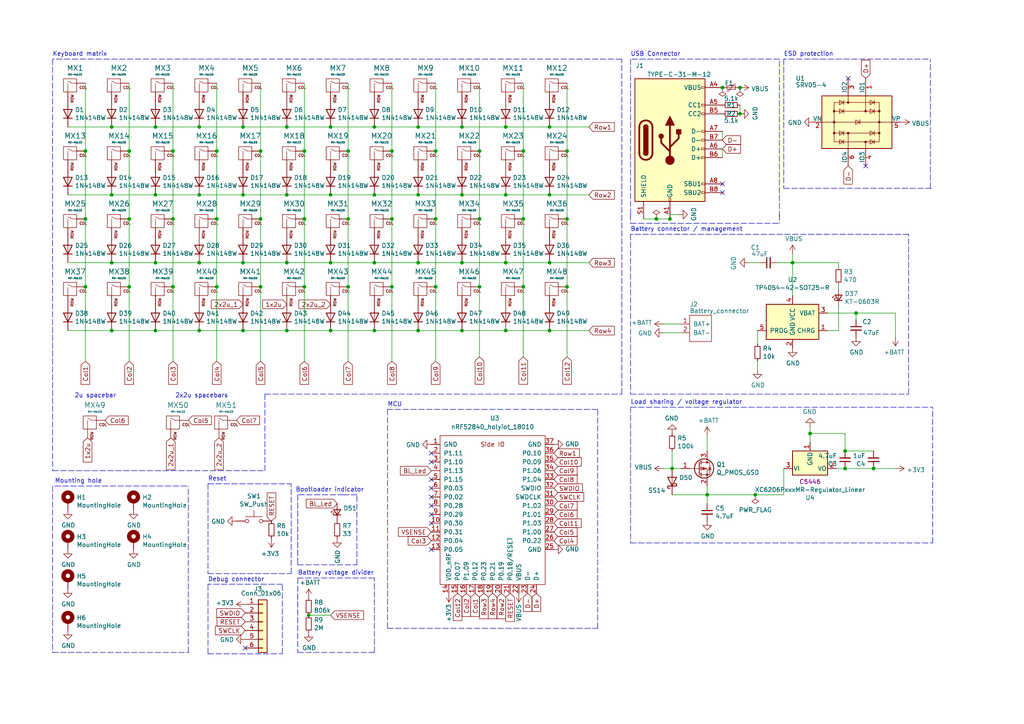
<source format=kicad_sch>
(kicad_sch (version 20210615) (generator eeschema)
  (paper "A4")
  (title_block (title "plonck bluetooth pcb") (date "2021-06-21") (rev "B0") (company "by swampmonster") (comment 3 "Licensed under CERN-OHL-S") (comment 4 "Planck-compatible bluetooth pcb"))
  (junction (at 24.765 43.815) (diameter 0.9144))
  (junction (at 24.765 63.5) (diameter 0.9144))
  (junction (at 24.765 83.185) (diameter 0.9144))
  (junction (at 32.385 36.83) (diameter 0.9144))
  (junction (at 32.385 56.515) (diameter 0.9144))
  (junction (at 32.385 76.2) (diameter 0.9144))
  (junction (at 32.385 95.885) (diameter 0.9144))
  (junction (at 37.465 43.815) (diameter 0.9144))
  (junction (at 37.465 63.5) (diameter 0.9144))
  (junction (at 37.465 83.185) (diameter 0.9144))
  (junction (at 45.085 36.83) (diameter 0.9144))
  (junction (at 45.085 56.515) (diameter 0.9144))
  (junction (at 45.085 76.2) (diameter 0.9144))
  (junction (at 45.085 95.885) (diameter 0.9144))
  (junction (at 50.165 43.815) (diameter 0.9144))
  (junction (at 50.165 63.5) (diameter 0.9144))
  (junction (at 50.165 83.185) (diameter 0.9144))
  (junction (at 57.785 36.83) (diameter 0.9144))
  (junction (at 57.785 56.515) (diameter 0.9144))
  (junction (at 57.785 76.2) (diameter 0.9144))
  (junction (at 57.785 95.885) (diameter 0.9144))
  (junction (at 62.865 43.815) (diameter 0.9144))
  (junction (at 62.865 63.5) (diameter 0.9144))
  (junction (at 62.865 83.185) (diameter 0.9144))
  (junction (at 70.485 36.83) (diameter 0.9144))
  (junction (at 70.485 56.515) (diameter 0.9144))
  (junction (at 70.485 76.2) (diameter 0.9144))
  (junction (at 70.485 95.885) (diameter 0.9144))
  (junction (at 75.565 43.815) (diameter 0.9144))
  (junction (at 75.565 63.5) (diameter 0.9144))
  (junction (at 75.565 83.185) (diameter 0.9144))
  (junction (at 83.185 36.83) (diameter 0.9144))
  (junction (at 83.185 56.515) (diameter 0.9144))
  (junction (at 83.185 76.2) (diameter 0.9144))
  (junction (at 83.185 95.885) (diameter 0.9144))
  (junction (at 88.265 43.815) (diameter 0.9144))
  (junction (at 88.265 63.5) (diameter 0.9144))
  (junction (at 88.265 83.185) (diameter 0.9144))
  (junction (at 89.535 178.435) (diameter 0.9144))
  (junction (at 95.885 36.83) (diameter 0.9144))
  (junction (at 95.885 56.515) (diameter 0.9144))
  (junction (at 95.885 76.2) (diameter 0.9144))
  (junction (at 95.885 95.885) (diameter 0.9144))
  (junction (at 100.965 43.815) (diameter 0.9144))
  (junction (at 100.965 63.5) (diameter 0.9144))
  (junction (at 100.965 83.185) (diameter 0.9144))
  (junction (at 108.585 36.83) (diameter 0.9144))
  (junction (at 108.585 56.515) (diameter 0.9144))
  (junction (at 108.585 76.2) (diameter 0.9144))
  (junction (at 108.585 95.885) (diameter 0.9144))
  (junction (at 113.665 43.815) (diameter 0.9144))
  (junction (at 113.665 63.5) (diameter 0.9144))
  (junction (at 113.665 83.185) (diameter 0.9144))
  (junction (at 121.285 36.83) (diameter 0.9144))
  (junction (at 121.285 56.515) (diameter 0.9144))
  (junction (at 121.285 76.2) (diameter 0.9144))
  (junction (at 121.285 95.885) (diameter 0.9144))
  (junction (at 126.365 43.815) (diameter 0.9144))
  (junction (at 126.365 63.5) (diameter 0.9144))
  (junction (at 126.365 83.185) (diameter 0.9144))
  (junction (at 133.985 36.83) (diameter 0.9144))
  (junction (at 133.985 56.515) (diameter 0.9144))
  (junction (at 133.985 76.2) (diameter 0.9144))
  (junction (at 133.985 95.885) (diameter 0.9144))
  (junction (at 139.065 43.815) (diameter 0.9144))
  (junction (at 139.065 63.5) (diameter 0.9144))
  (junction (at 139.065 83.185) (diameter 0.9144))
  (junction (at 146.685 36.83) (diameter 0.9144))
  (junction (at 146.685 56.515) (diameter 0.9144))
  (junction (at 146.685 76.2) (diameter 0.9144))
  (junction (at 146.685 95.885) (diameter 0.9144))
  (junction (at 151.765 43.815) (diameter 0.9144))
  (junction (at 151.765 63.5) (diameter 0.9144))
  (junction (at 151.765 83.185) (diameter 0.9144))
  (junction (at 159.385 36.83) (diameter 0.9144))
  (junction (at 159.385 56.515) (diameter 0.9144))
  (junction (at 159.385 76.2) (diameter 0.9144))
  (junction (at 159.385 95.885) (diameter 0.9144))
  (junction (at 164.465 43.815) (diameter 0.9144))
  (junction (at 164.465 63.5) (diameter 0.9144))
  (junction (at 164.465 83.185) (diameter 0.9144))
  (junction (at 190.373 63.5) (diameter 0.9144))
  (junction (at 194.31 63.5) (diameter 0.9144))
  (junction (at 194.945 135.89) (diameter 0.9144))
  (junction (at 205.105 143.51) (diameter 0.9144))
  (junction (at 209.55 25.4) (diameter 0.9144))
  (junction (at 214.63 25.4) (diameter 0.9144))
  (junction (at 214.63 33.02) (diameter 0.9144))
  (junction (at 219.075 143.51) (diameter 0.9144))
  (junction (at 229.87 76.2) (diameter 0.9144))
  (junction (at 234.95 125.73) (diameter 0.9144))
  (junction (at 245.11 130.81) (diameter 0.9144))
  (junction (at 245.11 135.89) (diameter 0.9144))
  (junction (at 248.285 90.805) (diameter 0.9144))
  (junction (at 253.365 135.89) (diameter 0.9144))
  (no_connect (at 71.12 187.96))
  (no_connect (at 125.095 131.445))
  (no_connect (at 125.095 133.985))
  (no_connect (at 125.095 139.065))
  (no_connect (at 125.095 141.605))
  (no_connect (at 125.095 144.145))
  (no_connect (at 125.095 146.685))
  (no_connect (at 125.095 149.225))
  (no_connect (at 125.095 151.765))
  (no_connect (at 125.095 159.385))
  (no_connect (at 209.55 53.34))
  (no_connect (at 209.55 55.88))
  (no_connect (at 245.999 22.733))
  (no_connect (at 251.079 48.133))
  (wire (pts (xy 19.685 36.83) (xy 32.385 36.83)))
  (wire (pts (xy 19.685 56.515) (xy 32.385 56.515)))
  (wire (pts (xy 19.685 76.2) (xy 32.385 76.2)))
  (wire (pts (xy 19.685 95.885) (xy 32.385 95.885)))
  (wire (pts (xy 24.765 24.13) (xy 24.765 43.815)))
  (wire (pts (xy 24.765 43.815) (xy 24.765 63.5)))
  (wire (pts (xy 24.765 63.5) (xy 24.765 83.185)))
  (wire (pts (xy 24.765 83.185) (xy 24.765 104.775)))
  (wire (pts (xy 32.385 36.83) (xy 45.085 36.83)))
  (wire (pts (xy 32.385 56.515) (xy 45.085 56.515)))
  (wire (pts (xy 32.385 76.2) (xy 45.085 76.2)))
  (wire (pts (xy 32.385 95.885) (xy 45.085 95.885)))
  (wire (pts (xy 37.465 24.13) (xy 37.465 43.815)))
  (wire (pts (xy 37.465 43.815) (xy 37.465 63.5)))
  (wire (pts (xy 37.465 63.5) (xy 37.465 83.185)))
  (wire (pts (xy 37.465 83.185) (xy 37.465 104.775)))
  (wire (pts (xy 45.085 36.83) (xy 57.785 36.83)))
  (wire (pts (xy 45.085 56.515) (xy 57.785 56.515)))
  (wire (pts (xy 45.085 76.2) (xy 57.785 76.2)))
  (wire (pts (xy 45.085 95.885) (xy 57.785 95.885)))
  (wire (pts (xy 50.165 24.13) (xy 50.165 43.815)))
  (wire (pts (xy 50.165 43.815) (xy 50.165 63.5)))
  (wire (pts (xy 50.165 63.5) (xy 50.165 83.185)))
  (wire (pts (xy 50.165 83.185) (xy 50.165 104.775)))
  (wire (pts (xy 57.785 36.83) (xy 70.485 36.83)))
  (wire (pts (xy 57.785 56.515) (xy 70.485 56.515)))
  (wire (pts (xy 57.785 76.2) (xy 70.485 76.2)))
  (wire (pts (xy 57.785 95.885) (xy 70.485 95.885)))
  (wire (pts (xy 62.865 24.13) (xy 62.865 43.815)))
  (wire (pts (xy 62.865 43.815) (xy 62.865 63.5)))
  (wire (pts (xy 62.865 63.5) (xy 62.865 83.185)))
  (wire (pts (xy 62.865 83.185) (xy 62.865 104.775)))
  (wire (pts (xy 70.485 36.83) (xy 83.185 36.83)))
  (wire (pts (xy 70.485 56.515) (xy 83.185 56.515)))
  (wire (pts (xy 70.485 76.2) (xy 83.185 76.2)))
  (wire (pts (xy 70.485 95.885) (xy 83.185 95.885)))
  (wire (pts (xy 75.565 24.13) (xy 75.565 43.815)))
  (wire (pts (xy 75.565 43.815) (xy 75.565 63.5)))
  (wire (pts (xy 75.565 63.5) (xy 75.565 83.185)))
  (wire (pts (xy 75.565 83.185) (xy 75.565 104.775)))
  (wire (pts (xy 83.185 36.83) (xy 95.885 36.83)))
  (wire (pts (xy 83.185 56.515) (xy 95.885 56.515)))
  (wire (pts (xy 83.185 76.2) (xy 95.885 76.2)))
  (wire (pts (xy 83.185 95.885) (xy 95.885 95.885)))
  (wire (pts (xy 88.265 24.13) (xy 88.265 43.815)))
  (wire (pts (xy 88.265 43.815) (xy 88.265 63.5)))
  (wire (pts (xy 88.265 63.5) (xy 88.265 83.185)))
  (wire (pts (xy 88.265 83.185) (xy 88.265 104.775)))
  (wire (pts (xy 89.535 178.435) (xy 95.885 178.435)))
  (wire (pts (xy 95.885 36.83) (xy 108.585 36.83)))
  (wire (pts (xy 95.885 56.515) (xy 108.585 56.515)))
  (wire (pts (xy 95.885 76.2) (xy 108.585 76.2)))
  (wire (pts (xy 95.885 95.885) (xy 108.585 95.885)))
  (wire (pts (xy 100.965 24.13) (xy 100.965 43.815)))
  (wire (pts (xy 100.965 43.815) (xy 100.965 63.5)))
  (wire (pts (xy 100.965 63.5) (xy 100.965 83.185)))
  (wire (pts (xy 100.965 83.185) (xy 100.965 104.775)))
  (wire (pts (xy 108.585 36.83) (xy 121.285 36.83)))
  (wire (pts (xy 108.585 56.515) (xy 121.285 56.515)))
  (wire (pts (xy 108.585 76.2) (xy 121.285 76.2)))
  (wire (pts (xy 108.585 95.885) (xy 121.285 95.885)))
  (wire (pts (xy 113.665 24.13) (xy 113.665 43.815)))
  (wire (pts (xy 113.665 43.815) (xy 113.665 63.5)))
  (wire (pts (xy 113.665 63.5) (xy 113.665 83.185)))
  (wire (pts (xy 113.665 83.185) (xy 113.665 104.775)))
  (wire (pts (xy 121.285 36.83) (xy 133.985 36.83)))
  (wire (pts (xy 121.285 56.515) (xy 133.985 56.515)))
  (wire (pts (xy 121.285 76.2) (xy 133.985 76.2)))
  (wire (pts (xy 121.285 95.885) (xy 133.985 95.885)))
  (wire (pts (xy 126.365 24.13) (xy 126.365 43.815)))
  (wire (pts (xy 126.365 43.815) (xy 126.365 63.5)))
  (wire (pts (xy 126.365 63.5) (xy 126.365 83.185)))
  (wire (pts (xy 126.365 83.185) (xy 126.365 104.775)))
  (wire (pts (xy 133.985 36.83) (xy 146.685 36.83)))
  (wire (pts (xy 133.985 56.515) (xy 146.685 56.515)))
  (wire (pts (xy 133.985 76.2) (xy 146.685 76.2)))
  (wire (pts (xy 133.985 95.885) (xy 146.685 95.885)))
  (wire (pts (xy 139.065 24.13) (xy 139.065 43.815)))
  (wire (pts (xy 139.065 43.815) (xy 139.065 63.5)))
  (wire (pts (xy 139.065 63.5) (xy 139.065 83.185)))
  (wire (pts (xy 139.065 83.185) (xy 139.065 103.505)))
  (wire (pts (xy 146.685 36.83) (xy 159.385 36.83)))
  (wire (pts (xy 146.685 56.515) (xy 159.385 56.515)))
  (wire (pts (xy 146.685 76.2) (xy 159.385 76.2)))
  (wire (pts (xy 146.685 95.885) (xy 159.385 95.885)))
  (wire (pts (xy 151.765 24.13) (xy 151.765 43.815)))
  (wire (pts (xy 151.765 43.815) (xy 151.765 63.5)))
  (wire (pts (xy 151.765 63.5) (xy 151.765 83.185)))
  (wire (pts (xy 151.765 83.185) (xy 151.765 103.505)))
  (wire (pts (xy 159.385 36.83) (xy 170.815 36.83)))
  (wire (pts (xy 159.385 56.515) (xy 170.815 56.515)))
  (wire (pts (xy 159.385 76.2) (xy 170.815 76.2)))
  (wire (pts (xy 159.385 95.885) (xy 170.815 95.885)))
  (wire (pts (xy 164.465 24.13) (xy 164.465 43.815)))
  (wire (pts (xy 164.465 43.815) (xy 164.465 63.5)))
  (wire (pts (xy 164.465 63.5) (xy 164.465 83.185)))
  (wire (pts (xy 164.465 83.185) (xy 164.465 103.505)))
  (wire (pts (xy 186.69 63.5) (xy 190.373 63.5)))
  (wire (pts (xy 190.373 63.5) (xy 194.31 63.5)))
  (wire (pts (xy 192.405 93.98) (xy 197.485 93.98)))
  (wire (pts (xy 192.405 96.52) (xy 197.485 96.52)))
  (wire (pts (xy 192.405 135.89) (xy 194.945 135.89)))
  (wire (pts (xy 194.31 62.23) (xy 194.31 63.5)))
  (wire (pts (xy 194.945 135.89) (xy 194.945 130.81)))
  (wire (pts (xy 194.945 135.89) (xy 197.485 135.89)))
  (wire (pts (xy 194.945 143.51) (xy 205.105 143.51)))
  (wire (pts (xy 196.85 62.23) (xy 194.31 62.23)))
  (wire (pts (xy 205.105 126.365) (xy 205.105 130.81)))
  (wire (pts (xy 205.105 140.97) (xy 205.105 143.51)))
  (wire (pts (xy 205.105 143.51) (xy 205.105 146.05)))
  (wire (pts (xy 205.105 143.51) (xy 219.075 143.51)))
  (wire (pts (xy 209.55 38.1) (xy 209.55 40.64)))
  (wire (pts (xy 209.55 43.18) (xy 209.55 45.72)))
  (wire (pts (xy 214.63 30.48) (xy 214.63 33.02)))
  (wire (pts (xy 217.17 76.2) (xy 220.345 76.2)))
  (wire (pts (xy 219.075 143.51) (xy 227.33 143.51)))
  (wire (pts (xy 219.71 95.885) (xy 219.71 99.695)))
  (wire (pts (xy 219.71 104.775) (xy 219.71 107.315)))
  (wire (pts (xy 225.425 76.2) (xy 229.87 76.2)))
  (wire (pts (xy 227.33 143.51) (xy 227.33 135.89)))
  (wire (pts (xy 229.87 73.66) (xy 229.87 76.2)))
  (wire (pts (xy 229.87 76.2) (xy 229.87 85.725)))
  (wire (pts (xy 229.87 76.2) (xy 243.205 76.2)))
  (wire (pts (xy 234.95 123.825) (xy 234.95 125.73)))
  (wire (pts (xy 234.95 125.73) (xy 234.95 128.27)))
  (wire (pts (xy 234.95 125.73) (xy 245.11 125.73)))
  (wire (pts (xy 240.03 90.805) (xy 248.285 90.805)))
  (wire (pts (xy 242.57 135.89) (xy 245.11 135.89)))
  (wire (pts (xy 243.205 76.2) (xy 243.205 77.47)))
  (wire (pts (xy 243.205 83.82) (xy 243.205 82.55)))
  (wire (pts (xy 243.205 95.885) (xy 240.03 95.885)))
  (wire (pts (xy 243.205 95.885) (xy 243.205 88.9)))
  (wire (pts (xy 245.11 125.73) (xy 245.11 130.81)))
  (wire (pts (xy 245.11 130.81) (xy 253.365 130.81)))
  (wire (pts (xy 245.11 135.89) (xy 253.365 135.89)))
  (wire (pts (xy 248.285 90.805) (xy 248.285 92.71)))
  (wire (pts (xy 248.285 90.805) (xy 259.715 90.805)))
  (wire (pts (xy 253.365 135.89) (xy 259.715 135.89)))
  (wire (pts (xy 259.715 90.805) (xy 259.715 97.79)))
  (polyline (pts (xy 15.24 17.145) (xy 15.24 136.525)) (stroke (width 0) (type dash)))
  (polyline (pts (xy 15.24 136.525) (xy 76.835 136.525)) (stroke (width 0) (type dash)))
  (polyline (pts (xy 15.24 140.97) (xy 15.24 189.23)) (stroke (width 0) (type dash)))
  (polyline (pts (xy 15.24 189.23) (xy 54.61 189.23)) (stroke (width 0) (type dash)))
  (polyline (pts (xy 15.875 140.97) (xy 54.61 140.97)) (stroke (width 0) (type dash)))
  (polyline (pts (xy 54.61 189.23) (xy 54.61 140.97)) (stroke (width 0) (type dash)))
  (polyline (pts (xy 60.325 140.335) (xy 60.325 166.37)) (stroke (width 0) (type dash)))
  (polyline (pts (xy 60.325 140.335) (xy 84.455 140.335)) (stroke (width 0) (type dash)))
  (polyline (pts (xy 60.325 166.37) (xy 84.455 166.37)) (stroke (width 0) (type dash)))
  (polyline (pts (xy 60.325 169.3418) (xy 60.325 169.4434)) (stroke (width 0) (type dash)))
  (polyline (pts (xy 60.325 169.5958) (xy 60.325 189.6364)) (stroke (width 0) (type dash)))
  (polyline (pts (xy 60.325 189.6364) (xy 81.8896 189.6364)) (stroke (width 0) (type dash)))
  (polyline (pts (xy 76.835 114.3) (xy 180.34 114.3)) (stroke (width 0) (type dash)))
  (polyline (pts (xy 76.835 136.525) (xy 76.835 114.3)) (stroke (width 0) (type dash)))
  (polyline (pts (xy 81.8896 169.4434) (xy 60.325 169.4434)) (stroke (width 0) (type dash)))
  (polyline (pts (xy 81.8896 189.6364) (xy 81.8896 169.4434)) (stroke (width 0) (type dash)))
  (polyline (pts (xy 84.455 166.37) (xy 84.455 140.335)) (stroke (width 0) (type dash)))
  (polyline (pts (xy 86.36 143.51) (xy 86.36 163.195)) (stroke (width 0) (type dash)))
  (polyline (pts (xy 86.36 163.195) (xy 86.36 163.83)) (stroke (width 0) (type dash)))
  (polyline (pts (xy 86.36 163.83) (xy 103.505 163.83)) (stroke (width 0) (type dash)))
  (polyline (pts (xy 86.36 167.64) (xy 86.36 189.23)) (stroke (width 0) (type dash)))
  (polyline (pts (xy 86.36 189.23) (xy 108.585 189.23)) (stroke (width 0) (type dash)))
  (polyline (pts (xy 99.695 143.51) (xy 86.36 143.51)) (stroke (width 0) (type dash)))
  (polyline (pts (xy 103.505 143.51) (xy 99.695 143.51)) (stroke (width 0) (type dash)))
  (polyline (pts (xy 103.505 163.83) (xy 103.505 143.51)) (stroke (width 0) (type dash)))
  (polyline (pts (xy 108.585 167.64) (xy 86.36 167.64)) (stroke (width 0) (type dash)))
  (polyline (pts (xy 108.585 189.23) (xy 108.585 167.64)) (stroke (width 0) (type dash)))
  (polyline (pts (xy 112.395 118.745) (xy 112.395 182.245)) (stroke (width 0) (type dash)))
  (polyline (pts (xy 112.395 182.245) (xy 173.355 182.245)) (stroke (width 0) (type dash)))
  (polyline (pts (xy 173.355 118.745) (xy 112.395 118.745)) (stroke (width 0) (type dash)))
  (polyline (pts (xy 173.355 182.245) (xy 173.355 118.745)) (stroke (width 0) (type dash)))
  (polyline (pts (xy 180.34 17.145) (xy 15.24 17.145)) (stroke (width 0) (type dash)))
  (polyline (pts (xy 180.34 114.3) (xy 180.34 17.145)) (stroke (width 0) (type dash)))
  (polyline (pts (xy 182.88 17.145) (xy 182.88 62.865)) (stroke (width 0) (type dash)))
  (polyline (pts (xy 182.88 62.23) (xy 182.88 64.77)) (stroke (width 0) (type dash)))
  (polyline (pts (xy 182.88 64.77) (xy 226.06 64.77)) (stroke (width 0) (type dash)))
  (polyline (pts (xy 182.88 67.945) (xy 182.88 114.3)) (stroke (width 0) (type dash)))
  (polyline (pts (xy 182.88 114.3) (xy 263.525 114.3)) (stroke (width 0) (type dash)))
  (polyline (pts (xy 182.88 118.11) (xy 182.88 157.48)) (stroke (width 0) (type dash)))
  (polyline (pts (xy 182.88 118.11) (xy 270.51 118.11)) (stroke (width 0) (type dash)))
  (polyline (pts (xy 182.88 157.48) (xy 270.51 157.48)) (stroke (width 0) (type dash)))
  (polyline (pts (xy 226.06 17.145) (xy 182.88 17.145)) (stroke (width 0) (type dash)))
  (polyline (pts (xy 226.06 62.23) (xy 226.06 64.77)) (stroke (width 0) (type dash)))
  (polyline (pts (xy 226.06 62.865) (xy 226.06 17.145)) (stroke (width 0) (type dash)))
  (polyline (pts (xy 227.33 17.145) (xy 227.33 54.61)) (stroke (width 0) (type dash)))
  (polyline (pts (xy 227.33 54.61) (xy 270.51 54.61)) (stroke (width 0) (type dash)))
  (polyline (pts (xy 263.525 67.945) (xy 182.88 67.945)) (stroke (width 0) (type dash)))
  (polyline (pts (xy 263.525 114.3) (xy 263.525 67.945)) (stroke (width 0) (type dash)))
  (polyline (pts (xy 269.24 17.145) (xy 227.33 17.145)) (stroke (width 0) (type dash)))
  (polyline (pts (xy 269.875 54.61) (xy 269.875 17.145)) (stroke (width 0) (type dash)))
  (polyline (pts (xy 270.51 157.48) (xy 270.51 118.11)) (stroke (width 0) (type dash)))
  (text "Keyboard matrix" (at 15.24 16.51 0) (effects (font (size 1.27 1.27)) (justify left bottom)))
  (text "Mounting hole" (at 15.875 140.335 0) (effects (font (size 1.27 1.27)) (justify left bottom)))
  (text "2u spacebar" (at 21.59 115.57 0) (effects (font (size 1.27 1.27)) (justify left bottom)))
  (text "2x2u spacebars" (at 50.8 115.57 0) (effects (font (size 1.27 1.27)) (justify left bottom)))
  (text "Reset" (at 60.325 139.7 0) (effects (font (size 1.27 1.27)) (justify left bottom)))
  (text "Debug connector" (at 60.325 168.91 0) (effects (font (size 1.27 1.27)) (justify left bottom)))
  (text "Bootloader indicator" (at 85.725 142.875 0) (effects (font (size 1.27 1.27)) (justify left bottom)))
  (text "Battery voltage divider" (at 86.36 167.005 0) (effects (font (size 1.27 1.27)) (justify left bottom)))
  (text "MCU" (at 112.395 118.11 0) (effects (font (size 1.27 1.27)) (justify left bottom)))
  (text "USB Connector" (at 182.88 16.51 0) (effects (font (size 1.27 1.27)) (justify left bottom)))
  (text "Battery connector / management" (at 182.88 67.31 0) (effects (font (size 1.27 1.27)) (justify left bottom)))
  (text "Load sharing / voltage regulator" (at 182.88 117.475 0) (effects (font (size 1.27 1.27)) (justify left bottom)))
  (text "ESD protection" (at 227.33 16.51 0) (effects (font (size 1.27 1.27)) (justify left bottom)))
  (global_label "Col1" (shape input) (at 24.765 104.775 270) (property "Intersheet References" "${INTERSHEET_REFS}" (effects hide)))
  (global_label "1x2u" (shape input) (at 25.4 127 270) (property "Intersheet References" "${INTERSHEET_REFS}" (effects hide)))
  (global_label "Col6" (shape input) (at 30.48 121.92 0) (property "Intersheet References" "${INTERSHEET_REFS}" (effects hide)))
  (global_label "Col2" (shape input) (at 37.465 104.775 270) (property "Intersheet References" "${INTERSHEET_REFS}" (effects hide)))
  (global_label "2x2u_1" (shape input) (at 49.53 127 270) (property "Intersheet References" "${INTERSHEET_REFS}" (effects hide)))
  (global_label "Col3" (shape input) (at 50.165 104.775 270) (property "Intersheet References" "${INTERSHEET_REFS}" (effects hide)))
  (global_label "Col5" (shape input) (at 54.61 121.92 0) (property "Intersheet References" "${INTERSHEET_REFS}" (effects hide)))
  (global_label "Col4" (shape input) (at 62.865 104.775 270) (property "Intersheet References" "${INTERSHEET_REFS}" (effects hide)))
  (global_label "2x2u_2" (shape input) (at 63.5 127 270) (property "Intersheet References" "${INTERSHEET_REFS}" (effects hide)))
  (global_label "Col7" (shape input) (at 68.58 121.92 0) (property "Intersheet References" "${INTERSHEET_REFS}" (effects hide)))
  (global_label "2x2u_1" (shape input) (at 70.485 88.265 180) (property "Intersheet References" "${INTERSHEET_REFS}" (effects hide)))
  (global_label "SWDIO" (shape input) (at 71.12 177.8 180) (property "Intersheet References" "${INTERSHEET_REFS}" (effects hide)))
  (global_label "RESET" (shape input) (at 71.12 180.34 180) (property "Intersheet References" "${INTERSHEET_REFS}" (effects hide)))
  (global_label "SWCLK" (shape input) (at 71.12 182.88 180) (property "Intersheet References" "${INTERSHEET_REFS}" (effects hide)))
  (global_label "Col5" (shape input) (at 75.565 104.775 270) (property "Intersheet References" "${INTERSHEET_REFS}" (effects hide)))
  (global_label "RESET" (shape input) (at 78.74 151.13 90) (property "Intersheet References" "${INTERSHEET_REFS}" (effects hide)))
  (global_label "1x2u" (shape input) (at 83.185 88.265 180) (property "Intersheet References" "${INTERSHEET_REFS}" (effects hide)))
  (global_label "Col6" (shape input) (at 88.265 104.775 270) (property "Intersheet References" "${INTERSHEET_REFS}" (effects hide)))
  (global_label "2x2u_2" (shape input) (at 95.885 88.265 180) (property "Intersheet References" "${INTERSHEET_REFS}" (effects hide)))
  (global_label "VSENSE" (shape input) (at 95.885 178.435 0) (property "Intersheet References" "${INTERSHEET_REFS}" (effects hide)))
  (global_label "BL_Led" (shape input) (at 97.79 146.05 180) (property "Intersheet References" "${INTERSHEET_REFS}" (effects hide)))
  (global_label "Col7" (shape input) (at 100.965 104.775 270) (property "Intersheet References" "${INTERSHEET_REFS}" (effects hide)))
  (global_label "Col8" (shape input) (at 113.665 104.775 270) (property "Intersheet References" "${INTERSHEET_REFS}" (effects hide)))
  (global_label "BL_Led" (shape input) (at 125.095 136.525 180) (property "Intersheet References" "${INTERSHEET_REFS}" (effects hide)))
  (global_label "VSENSE" (shape input) (at 125.095 154.305 180) (property "Intersheet References" "${INTERSHEET_REFS}" (effects hide)))
  (global_label "Col3" (shape input) (at 125.095 156.845 180) (property "Intersheet References" "${INTERSHEET_REFS}" (effects hide)))
  (global_label "Col9" (shape input) (at 126.365 104.775 270) (property "Intersheet References" "${INTERSHEET_REFS}" (effects hide)))
  (global_label "Col12" (shape input) (at 132.715 172.085 270) (property "Intersheet References" "${INTERSHEET_REFS}" (effects hide)))
  (global_label "Col2" (shape input) (at 135.255 172.085 270) (property "Intersheet References" "${INTERSHEET_REFS}" (effects hide)))
  (global_label "Col1" (shape input) (at 137.795 172.085 270) (property "Intersheet References" "${INTERSHEET_REFS}" (effects hide)))
  (global_label "Col10" (shape input) (at 139.065 103.505 270) (property "Intersheet References" "${INTERSHEET_REFS}" (effects hide)))
  (global_label "Row3" (shape input) (at 140.335 172.085 270) (property "Intersheet References" "${INTERSHEET_REFS}" (effects hide)))
  (global_label "Row4" (shape input) (at 142.875 172.085 270) (property "Intersheet References" "${INTERSHEET_REFS}" (effects hide)))
  (global_label "Row2" (shape input) (at 145.415 172.085 270) (property "Intersheet References" "${INTERSHEET_REFS}" (effects hide)))
  (global_label "RESET" (shape input) (at 147.955 172.085 270) (property "Intersheet References" "${INTERSHEET_REFS}" (effects hide)))
  (global_label "Col11" (shape input) (at 151.765 103.505 270) (property "Intersheet References" "${INTERSHEET_REFS}" (effects hide)))
  (global_label "D-" (shape input) (at 153.035 172.085 270) (property "Intersheet References" "${INTERSHEET_REFS}" (effects hide)))
  (global_label "D+" (shape input) (at 155.575 172.085 270) (property "Intersheet References" "${INTERSHEET_REFS}" (effects hide)))
  (global_label "Row1" (shape input) (at 160.655 131.445 0) (property "Intersheet References" "${INTERSHEET_REFS}" (effects hide)))
  (global_label "Col10" (shape input) (at 160.655 133.985 0) (property "Intersheet References" "${INTERSHEET_REFS}" (effects hide)))
  (global_label "Col9" (shape input) (at 160.655 136.525 0) (property "Intersheet References" "${INTERSHEET_REFS}" (effects hide)))
  (global_label "Col8" (shape input) (at 160.655 139.065 0) (property "Intersheet References" "${INTERSHEET_REFS}" (effects hide)))
  (global_label "SWDIO" (shape input) (at 160.655 141.605 0) (property "Intersheet References" "${INTERSHEET_REFS}" (effects hide)))
  (global_label "SWCLK" (shape input) (at 160.655 144.145 0) (property "Intersheet References" "${INTERSHEET_REFS}" (effects hide)))
  (global_label "Col7" (shape input) (at 160.655 146.685 0) (property "Intersheet References" "${INTERSHEET_REFS}" (effects hide)))
  (global_label "Col6" (shape input) (at 160.655 149.225 0) (property "Intersheet References" "${INTERSHEET_REFS}" (effects hide)))
  (global_label "Col11" (shape input) (at 160.655 151.765 0) (property "Intersheet References" "${INTERSHEET_REFS}" (effects hide)))
  (global_label "Col5" (shape input) (at 160.655 154.305 0) (property "Intersheet References" "${INTERSHEET_REFS}" (effects hide)))
  (global_label "Col4" (shape input) (at 160.655 156.845 0) (property "Intersheet References" "${INTERSHEET_REFS}" (effects hide)))
  (global_label "Col12" (shape input) (at 164.465 103.505 270) (property "Intersheet References" "${INTERSHEET_REFS}" (effects hide)))
  (global_label "Row1" (shape input) (at 170.815 36.83 0) (property "Intersheet References" "${INTERSHEET_REFS}" (effects hide)))
  (global_label "Row2" (shape input) (at 170.815 56.515 0) (property "Intersheet References" "${INTERSHEET_REFS}" (effects hide)))
  (global_label "Row3" (shape input) (at 170.815 76.2 0) (property "Intersheet References" "${INTERSHEET_REFS}" (effects hide)))
  (global_label "Row4" (shape input) (at 170.815 95.885 0) (property "Intersheet References" "${INTERSHEET_REFS}" (effects hide)))
  (global_label "D-" (shape input) (at 209.55 40.64 0) (property "Intersheet References" "${INTERSHEET_REFS}" (effects hide)))
  (global_label "D+" (shape input) (at 209.55 43.18 0) (property "Intersheet References" "${INTERSHEET_REFS}" (effects hide)))
  (global_label "D-" (shape input) (at 245.999 48.133 270) (property "Intersheet References" "${INTERSHEET_REFS}" (effects hide)))
  (global_label "D+" (shape input) (at 251.079 22.733 90) (property "Intersheet References" "${INTERSHEET_REFS}" (effects hide)))
  (symbol (lib_id "power:+3.3V") (at 71.12 175.26 90) (unit 1)
    (property "Reference" "#PWR034" (effects hide))
    (property "Value" "+3.3V" (at 67.8688 174.879 90) (effects (justify left)))
  )
  (symbol (lib_id "power:+3.3V") (at 78.74 156.21 180) (unit 1)
    (property "Reference" "#PWR025" (effects hide))
    (property "Value" "+3.3V" (at 78.359 160.6042 0))
  )
  (symbol (lib_id "power:+BATT") (at 89.535 173.355 0) (unit 1)
    (property "Reference" "#PWR033" (effects hide))
    (property "Value" "+BATT" (at 89.916 168.9608 0))
  )
  (symbol (lib_id "power:+3.3V") (at 130.175 172.085 180) (unit 1)
    (property "Reference" "#PWR031" (effects hide))
    (property "Value" "+3.3V" (at 130.175 177.8 90))
  )
  (symbol (lib_id "power:VBUS") (at 150.495 172.085 180) (unit 1)
    (property "Reference" "#PWR032" (effects hide))
    (property "Value" "VBUS" (at 150.495 177.8 90))
  )
  (symbol (lib_id "power:+BATT") (at 192.405 93.98 90) (unit 1)
    (property "Reference" "#PWR08" (effects hide))
    (property "Value" "+BATT" (at 189.1792 93.599 90) (effects (justify left)))
  )
  (symbol (lib_id "power:VBUS") (at 192.405 135.89 90) (unit 1)
    (property "Reference" "#PWR019" (effects hide))
    (property "Value" "VBUS" (at 189.1792 135.509 90) (effects (justify left)))
  )
  (symbol (lib_id "power:+BATT") (at 205.105 126.365 0) (unit 1)
    (property "Reference" "#PWR016" (effects hide))
    (property "Value" "+BATT" (at 205.486 121.9708 0))
  )
  (symbol (lib_id "power:VBUS") (at 214.63 25.4 270) (unit 1)
    (property "Reference" "#PWR01" (effects hide))
    (property "Value" "VBUS" (at 217.8812 25.781 90) (effects (justify left)))
  )
  (symbol (lib_id "power:VBUS") (at 229.87 73.66 0) (unit 1)
    (property "Reference" "#PWR06" (effects hide))
    (property "Value" "VBUS" (at 230.251 69.2658 0))
  )
  (symbol (lib_id "power:+BATT") (at 259.715 97.79 180) (unit 1)
    (property "Reference" "#PWR011" (effects hide))
    (property "Value" "+BATT" (at 259.334 102.1842 0))
  )
  (symbol (lib_id "power:+3.3V") (at 259.715 135.89 270) (unit 1)
    (property "Reference" "#PWR020" (effects hide))
    (property "Value" "+3.3V" (at 262.9662 136.271 90) (effects (justify left)))
  )
  (symbol (lib_id "power:VBUS") (at 261.239 35.433 270) (unit 1)
    (property "Reference" "#PWR04" (effects hide))
    (property "Value" "VBUS" (at 264.4648 35.814 90) (effects (justify left)))
  )
  (symbol (lib_id "power:PWR_FLAG") (at 190.373 63.5 0) (unit 1)
    (property "Reference" "#FLG?" (effects hide))
    (property "Value" "PWR_FLAG" (effects hide))
  )
  (symbol (lib_id "power:PWR_FLAG") (at 209.55 25.4 180) (unit 1)
    (property "Reference" "#FLG01" (effects hide))
    (property "Value" "PWR_FLAG" (effects hide))
  )
  (symbol (lib_id "power:PWR_FLAG") (at 214.63 25.4 180) (unit 1)
    (property "Reference" "#FLG02" (effects hide))
    (property "Value" "PWR_FLAG" (effects hide))
  )
  (symbol (lib_id "power:PWR_FLAG") (at 219.075 143.51 180) (unit 1)
    (property "Reference" "#FLG03" (effects hide))
    (property "Value" "PWR_FLAG" (at 219.075 147.9042 0))
  )
  (symbol (lib_id "power:GND") (at 19.685 147.955 0) (unit 1)
    (property "Reference" "#PWR021" (effects hide))
    (property "Value" "GND" (at 19.812 152.3492 0))
  )
  (symbol (lib_id "power:GND") (at 19.685 159.385 0) (unit 1)
    (property "Reference" "#PWR027" (effects hide))
    (property "Value" "GND" (at 19.812 163.7792 0))
  )
  (symbol (lib_id "power:GND") (at 19.685 170.815 0) (unit 1)
    (property "Reference" "#PWR030" (effects hide))
    (property "Value" "GND" (at 19.812 175.2092 0))
  )
  (symbol (lib_id "power:GND") (at 19.685 182.88 0) (unit 1)
    (property "Reference" "#PWR035" (effects hide))
    (property "Value" "GND" (at 19.812 187.2742 0))
  )
  (symbol (lib_id "power:GND") (at 38.735 147.955 0) (unit 1)
    (property "Reference" "#PWR022" (effects hide))
    (property "Value" "GND" (at 38.862 152.3492 0))
  )
  (symbol (lib_id "power:GND") (at 38.735 159.385 0) (unit 1)
    (property "Reference" "#PWR028" (effects hide))
    (property "Value" "GND" (at 38.862 163.7792 0))
  )
  (symbol (lib_id "power:GND") (at 68.58 151.13 270) (unit 1)
    (property "Reference" "#PWR023" (effects hide))
    (property "Value" "GND" (at 65.3288 151.257 90) (effects (justify right)))
  )
  (symbol (lib_id "power:GND") (at 71.12 185.42 270) (unit 1)
    (property "Reference" "#PWR037" (effects hide))
    (property "Value" "GND" (at 67.8688 185.547 90) (effects (justify right)))
  )
  (symbol (lib_id "power:GND") (at 89.535 183.515 0) (unit 1)
    (property "Reference" "#PWR036" (effects hide))
    (property "Value" "GND" (at 89.662 187.9092 0))
  )
  (symbol (lib_id "power:GND") (at 97.79 156.21 0) (unit 1)
    (property "Reference" "#PWR026" (effects hide))
    (property "Value" "GND" (at 97.917 159.4612 90) (effects (justify right)))
  )
  (symbol (lib_id "power:GND") (at 125.095 128.905 270) (unit 1)
    (property "Reference" "#PWR017" (effects hide))
    (property "Value" "GND" (at 121.8438 129.032 90) (effects (justify right)))
  )
  (symbol (lib_id "power:GND") (at 160.655 128.905 90) (unit 1)
    (property "Reference" "#PWR018" (effects hide))
    (property "Value" "GND" (at 163.9062 128.778 90) (effects (justify right)))
  )
  (symbol (lib_id "power:GND") (at 160.655 159.385 90) (unit 1)
    (property "Reference" "#PWR029" (effects hide))
    (property "Value" "GND" (at 163.9062 159.258 90) (effects (justify right)))
  )
  (symbol (lib_id "power:GND") (at 192.405 96.52 270) (unit 1)
    (property "Reference" "#PWR09" (effects hide))
    (property "Value" "GND" (at 189.1538 96.647 90) (effects (justify right)))
  )
  (symbol (lib_id "power:GND") (at 194.945 125.73 180) (unit 1)
    (property "Reference" "#PWR015" (effects hide))
    (property "Value" "GND" (at 194.818 121.3358 0))
  )
  (symbol (lib_id "power:GND") (at 196.85 62.23 90) (unit 1)
    (property "Reference" "#PWR05" (effects hide))
    (property "Value" "GND" (at 201.2442 62.103 0))
  )
  (symbol (lib_id "power:GND") (at 205.105 151.13 0) (unit 1)
    (property "Reference" "#PWR024" (effects hide))
    (property "Value" "GND" (at 205.232 155.5242 0))
  )
  (symbol (lib_id "power:GND") (at 214.63 33.02 90) (unit 1)
    (property "Reference" "#PWR02" (effects hide))
    (property "Value" "GND" (at 219.0242 32.893 0))
  )
  (symbol (lib_id "power:GND") (at 217.17 76.2 270) (unit 1)
    (property "Reference" "#PWR07" (effects hide))
    (property "Value" "GND" (at 212.7758 76.327 0))
  )
  (symbol (lib_id "power:GND") (at 219.71 107.315 0) (unit 1)
    (property "Reference" "#PWR013" (effects hide))
    (property "Value" "GND" (at 219.837 111.7092 0))
  )
  (symbol (lib_id "power:GND") (at 229.87 100.965 0) (unit 1)
    (property "Reference" "#PWR012" (effects hide))
    (property "Value" "GND" (at 229.997 105.3592 0))
  )
  (symbol (lib_id "power:GND") (at 234.95 123.825 180) (unit 1)
    (property "Reference" "#PWR014" (effects hide))
    (property "Value" "GND" (at 234.823 119.4308 0))
  )
  (symbol (lib_id "power:GND") (at 235.839 35.433 270) (unit 1)
    (property "Reference" "#PWR03" (effects hide))
    (property "Value" "GND" (at 232.5878 35.56 90) (effects (justify right)))
  )
  (symbol (lib_id "power:GND") (at 248.285 97.79 0) (unit 1)
    (property "Reference" "#PWR010" (effects hide))
    (property "Value" "GND" (at 248.412 102.1842 0))
  )
  (symbol (lib_id "Device:R_Small") (at 78.74 153.67 0) (unit 1)
    (property "Reference" "R6" (at 80.2386 152.5016 0) (effects (justify left)))
    (property "Value" "10k" (at 80.2386 154.813 0) (effects (justify left)))
    (property "Footprint" "Resistor_SMD:R_0603_1608Metric" (effects hide))
    (property "LCSC" "C25804" (effects hide))
  )
  (symbol (lib_id "Device:R_Small") (at 89.535 175.895 0) (unit 1)
    (property "Reference" "R8" (at 91.0336 174.7266 0) (effects (justify left)))
    (property "Value" "806k" (at 91.0336 177.038 0) (effects (justify left)))
    (property "Footprint" "Resistor_SMD:R_0603_1608Metric" (effects hide))
    (property "LCSC" "C23250" (effects hide))
  )
  (symbol (lib_id "Device:R_Small") (at 89.535 180.975 0) (unit 1)
    (property "Reference" "R9" (at 91.0336 179.8066 0) (effects (justify left)))
    (property "Value" "2M" (at 91.0336 182.118 0) (effects (justify left)))
    (property "Footprint" "Resistor_SMD:R_0603_1608Metric" (effects hide))
    (property "LCSC" "C22976" (effects hide))
  )
  (symbol (lib_id "Device:R_Small") (at 97.79 153.67 0) (unit 1)
    (property "Reference" "R7" (at 99.2886 152.5016 0) (effects (justify left)))
    (property "Value" "33" (at 99.2886 154.813 0) (effects (justify left)))
    (property "Footprint" "Resistor_SMD:R_0603_1608Metric" (effects hide))
    (property "Datasheet" "https://datasheet.lcsc.com/szlcsc/Uniroyal-Elec-0603WAF330JT5E_C23140.pdf" (effects hide))
    (property "LCSC" "C23140" (effects hide))
  )
  (symbol (lib_id "Device:R_Small") (at 194.945 128.27 0) (unit 1)
    (property "Reference" "R5" (at 196.4436 127.1016 0) (effects (justify left)))
    (property "Value" "100k" (at 196.4436 129.413 0) (effects (justify left)))
    (property "Footprint" "Resistor_SMD:R_0603_1608Metric" (effects hide))
    (property "Digikey" "RMCF0603JG100KTR-ND " (effects hide))
    (property "LCSC" "C25803" (effects hide))
  )
  (symbol (lib_id "Device:R_Small") (at 212.09 30.48 270) (unit 1)
    (property "Reference" "R1" (at 212.09 30.48 90))
    (property "Value" "5.1k" (at 212.09 28.575 90))
    (property "Footprint" "Resistor_SMD:R_0603_1608Metric" (effects hide))
    (property "Digikey" "RMCF0603JT5K10TR-ND" (effects hide))
    (property "LCSC" "C23186" (effects hide))
  )
  (symbol (lib_id "Device:R_Small") (at 212.09 33.02 270) (unit 1)
    (property "Reference" "R2" (at 212.09 33.02 90))
    (property "Value" "5.1k" (at 212.09 34.925 90))
    (property "Footprint" "Resistor_SMD:R_0603_1608Metric" (effects hide))
    (property "Digikey" "RMCF0603JT5K10TR-ND" (effects hide))
    (property "LCSC" "C23186" (effects hide))
  )
  (symbol (lib_id "Device:R_Small") (at 219.71 102.235 0) (unit 1)
    (property "Reference" "R4" (at 221.2086 101.0666 0) (effects (justify left)))
    (property "Value" "10k" (at 221.2086 103.378 0) (effects (justify left)))
    (property "Footprint" "Resistor_SMD:R_0603_1608Metric" (effects hide))
    (property "LCSC" "C25804" (effects hide))
  )
  (symbol (lib_id "Device:R_Small") (at 243.205 80.01 0) (unit 1)
    (property "Reference" "R3" (at 244.7036 78.8416 0) (effects (justify left)))
    (property "Value" "470" (at 244.7036 81.153 0) (effects (justify left)))
    (property "Footprint" "Resistor_SMD:R_0603_1608Metric" (effects hide))
    (property "Digikey" "RMCF0603JT470RTR-ND" (effects hide))
    (property "LCSC" "C23179" (effects hide))
  )
  (symbol (lib_id "Device:Polyfuse_Small") (at 212.09 25.4 270) (unit 1)
    (property "Reference" "F1" (at 211.455 24.13 90))
    (property "Value" "SMD Fuse Fast Blow 500mA" (effects hide))
    (property "Footprint" "Fuse:Fuse_1206_3216Metric" (effects hide))
    (property "LCSC" "C182974" (effects hide))
  )
  (symbol (lib_id "Device:LED_Small") (at 97.79 148.59 90) (unit 1)
    (property "Reference" "D51" (at 99.568 147.4216 90) (effects (justify right)))
    (property "Value" "19-217/BHC-ZL1M2RY/3T" (effects hide))
    (property "Footprint" "LED_SMD:LED_0603_1608Metric" (effects hide))
    (property "Datasheet" "https://datasheet.lcsc.com/lcsc/1811101510_Everlight-Elec-19-217-BHC-ZL1M2RY-3T_C72041.pdf" (effects hide))
    (property "LCSC" "C72041" (effects hide))
  )
  (symbol (lib_id "Device:LED_Small") (at 243.205 86.36 90) (unit 1)
    (property "Reference" "D37" (at 244.983 85.1916 90) (effects (justify right)))
    (property "Value" "KT-0603R" (at 244.983 87.503 90) (effects (justify right)))
    (property "Footprint" "LED_SMD:LED_0603_1608Metric" (effects hide))
    (property "Datasheet" "https://datasheet.lcsc.com/szlcsc/Hubei-KENTO-Elec-KT-0603R_C2286.pdf" (effects hide))
    (property "LCSC" "C2286" (effects hide))
  )
  (symbol (lib_id "Device:C_Small") (at 205.105 148.59 0) (unit 1)
    (property "Reference" "C5" (at 207.4418 147.4216 0) (effects (justify left)))
    (property "Value" "4.7uF" (at 207.4418 149.733 0) (effects (justify left)))
    (property "Footprint" "Capacitor_SMD:C_0603_1608Metric" (effects hide))
    (property "Datasheet" "https://datasheet.lcsc.com/lcsc/1810261514_Samsung-Electro-Mechanics-CL10A475KO8NNNC_C19666.pdf" (effects hide))
    (property "LCSC" "C19666" (effects hide))
  )
  (symbol (lib_id "Device:C_Small") (at 222.885 76.2 90) (unit 1)
    (property "Reference" "C1" (at 219.075 71.755 90))
    (property "Value" "47uF" (at 220.345 73.66 90))
    (property "Footprint" "Capacitor_SMD:C_1206_3216Metric" (effects hide))
    (property "LCSC" "C96123" (effects hide))
  )
  (symbol (lib_id "Device:C_Small") (at 245.11 133.35 180) (unit 1)
    (property "Reference" "C3" (at 242.7732 134.5184 0) (effects (justify left)))
    (property "Value" "4.7uF" (at 242.7732 132.207 0) (effects (justify left)))
    (property "Footprint" "Capacitor_SMD:C_0603_1608Metric" (effects hide))
    (property "Datasheet" "https://datasheet.lcsc.com/lcsc/1810261514_Samsung-Electro-Mechanics-CL10A475KO8NNNC_C19666.pdf" (effects hide))
    (property "LCSC" "C19666" (effects hide))
  )
  (symbol (lib_id "Device:C_Small") (at 248.285 95.25 0) (unit 1)
    (property "Reference" "C2" (at 251.46 93.345 0))
    (property "Value" "47uF" (at 252.73 96.52 0))
    (property "Footprint" "Capacitor_SMD:C_1206_3216Metric" (effects hide))
    (property "LCSC" "C96123" (effects hide))
  )
  (symbol (lib_id "Device:C_Small") (at 253.365 133.35 180) (unit 1)
    (property "Reference" "C4" (at 251.0282 134.5184 0) (effects (justify left)))
    (property "Value" "1uF" (at 251.0282 132.207 0) (effects (justify left)))
    (property "Footprint" "Capacitor_SMD:C_0603_1608Metric" (effects hide))
    (property "Datasheet" "https://datasheet.lcsc.com/lcsc/1810261812_Samsung-Electro-Mechanics-CL10A105KB8NNNC_C15849.pdf" (effects hide))
    (property "LCSC" "C15849" (effects hide))
  )
  (symbol (lib_id "Mechanical:MountingHole_Pad") (at 19.685 145.415 0) (unit 1)
    (property "Reference" "H1" (at 22.225 144.2466 0) (effects (justify left)))
    (property "Value" "MountingHole" (at 22.225 146.558 0) (effects (justify left)))
    (property "Footprint" "MountingHole:MountingHole_2.7mm_M2.5_Pad_TopBottom" (effects hide))
  )
  (symbol (lib_id "Mechanical:MountingHole_Pad") (at 19.685 156.845 0) (unit 1)
    (property "Reference" "H3" (at 22.225 155.6766 0) (effects (justify left)))
    (property "Value" "MountingHole" (at 22.225 157.988 0) (effects (justify left)))
    (property "Footprint" "MountingHole:MountingHole_2.7mm_M2.5_Pad_TopBottom" (effects hide))
  )
  (symbol (lib_id "Mechanical:MountingHole_Pad") (at 19.685 168.275 0) (unit 1)
    (property "Reference" "H5" (at 22.225 167.1066 0) (effects (justify left)))
    (property "Value" "MountingHole" (at 22.225 169.418 0) (effects (justify left)))
    (property "Footprint" "MountingHole:MountingHole_2.7mm_M2.5_Pad_TopBottom" (effects hide))
  )
  (symbol (lib_id "Mechanical:MountingHole_Pad") (at 19.685 180.34 0) (unit 1)
    (property "Reference" "H6" (at 22.225 179.1716 0) (effects (justify left)))
    (property "Value" "MountingHole" (at 22.225 181.483 0) (effects (justify left)))
    (property "Footprint" "MountingHole:MountingHole_2.7mm_M2.5_Pad_TopBottom" (effects hide))
  )
  (symbol (lib_id "Mechanical:MountingHole_Pad") (at 38.735 145.415 0) (unit 1)
    (property "Reference" "H2" (at 41.275 144.2466 0) (effects (justify left)))
    (property "Value" "MountingHole" (at 41.275 146.558 0) (effects (justify left)))
    (property "Footprint" "MountingHole:MountingHole_2.7mm_M2.5_Pad_TopBottom" (effects hide))
  )
  (symbol (lib_id "Mechanical:MountingHole_Pad") (at 38.735 156.845 0) (unit 1)
    (property "Reference" "H4" (at 41.275 155.6766 0) (effects (justify left)))
    (property "Value" "MountingHole" (at 41.275 157.988 0) (effects (justify left)))
    (property "Footprint" "MountingHole:MountingHole_2.7mm_M2.5_Pad_TopBottom" (effects hide))
  )
  (symbol (lib_id "Diode:1N4148W") (at 19.685 33.02 90) (unit 1)
    (property "Reference" "D1" (at 21.717 31.8516 90) (effects (justify right)))
    (property "Value" "1N4148W" (at 21.717 34.163 90) (effects (justify right)))
    (property "Footprint" "Diode_SMD:D_SOD-123" (effects hide))
    (property "Datasheet" "https://www.vishay.com/docs/85748/1n4148w.pdf" (effects hide))
    (property "LCSC" "C402213" (effects hide))
  )
  (symbol (lib_id "Diode:1N4148W") (at 19.685 52.705 90) (unit 1)
    (property "Reference" "D13" (at 21.717 51.5366 90) (effects (justify right)))
    (property "Value" "1N4148W" (at 21.717 53.848 90) (effects (justify right)))
    (property "Footprint" "Diode_SMD:D_SOD-123" (effects hide))
    (property "Datasheet" "https://www.vishay.com/docs/85748/1n4148w.pdf" (effects hide))
    (property "LCSC" "C402213" (effects hide))
  )
  (symbol (lib_id "Diode:1N4148W") (at 19.685 72.39 90) (unit 1)
    (property "Reference" "D25" (at 21.717 71.2216 90) (effects (justify right)))
    (property "Value" "1N4148W" (at 21.717 73.533 90) (effects (justify right)))
    (property "Footprint" "Diode_SMD:D_SOD-123" (effects hide))
    (property "Datasheet" "https://www.vishay.com/docs/85748/1n4148w.pdf" (effects hide))
    (property "LCSC" "C402213" (effects hide))
  )
  (symbol (lib_id "Diode:1N4148W") (at 19.685 92.075 90) (unit 1)
    (property "Reference" "D38" (at 21.717 90.9066 90) (effects (justify right)))
    (property "Value" "1N4148W" (at 21.717 93.218 90) (effects (justify right)))
    (property "Footprint" "Diode_SMD:D_SOD-123" (effects hide))
    (property "Datasheet" "https://www.vishay.com/docs/85748/1n4148w.pdf" (effects hide))
    (property "LCSC" "C402213" (effects hide))
  )
  (symbol (lib_id "Diode:1N4148W") (at 32.385 33.02 90) (unit 1)
    (property "Reference" "D2" (at 34.417 31.8516 90) (effects (justify right)))
    (property "Value" "1N4148W" (at 34.417 34.163 90) (effects (justify right)))
    (property "Footprint" "Diode_SMD:D_SOD-123" (effects hide))
    (property "Datasheet" "https://www.vishay.com/docs/85748/1n4148w.pdf" (effects hide))
    (property "LCSC" "C402213" (effects hide))
  )
  (symbol (lib_id "Diode:1N4148W") (at 32.385 52.705 90) (unit 1)
    (property "Reference" "D14" (at 34.417 51.5366 90) (effects (justify right)))
    (property "Value" "1N4148W" (at 34.417 53.848 90) (effects (justify right)))
    (property "Footprint" "Diode_SMD:D_SOD-123" (effects hide))
    (property "Datasheet" "https://www.vishay.com/docs/85748/1n4148w.pdf" (effects hide))
    (property "LCSC" "C402213" (effects hide))
  )
  (symbol (lib_id "Diode:1N4148W") (at 32.385 72.39 90) (unit 1)
    (property "Reference" "D26" (at 34.417 71.2216 90) (effects (justify right)))
    (property "Value" "1N4148W" (at 34.417 73.533 90) (effects (justify right)))
    (property "Footprint" "Diode_SMD:D_SOD-123" (effects hide))
    (property "Datasheet" "https://www.vishay.com/docs/85748/1n4148w.pdf" (effects hide))
    (property "LCSC" "C402213" (effects hide))
  )
  (symbol (lib_id "Diode:1N4148W") (at 32.385 92.075 90) (unit 1)
    (property "Reference" "D39" (at 34.417 90.9066 90) (effects (justify right)))
    (property "Value" "1N4148W" (at 34.417 93.218 90) (effects (justify right)))
    (property "Footprint" "Diode_SMD:D_SOD-123" (effects hide))
    (property "Datasheet" "https://www.vishay.com/docs/85748/1n4148w.pdf" (effects hide))
    (property "LCSC" "C402213" (effects hide))
  )
  (symbol (lib_id "Diode:1N4148W") (at 45.085 33.02 90) (unit 1)
    (property "Reference" "D3" (at 47.117 31.8516 90) (effects (justify right)))
    (property "Value" "1N4148W" (at 47.117 34.163 90) (effects (justify right)))
    (property "Footprint" "Diode_SMD:D_SOD-123" (effects hide))
    (property "Datasheet" "https://www.vishay.com/docs/85748/1n4148w.pdf" (effects hide))
    (property "LCSC" "C402213" (effects hide))
  )
  (symbol (lib_id "Diode:1N4148W") (at 45.085 52.705 90) (unit 1)
    (property "Reference" "D15" (at 47.117 51.5366 90) (effects (justify right)))
    (property "Value" "1N4148W" (at 47.117 53.848 90) (effects (justify right)))
    (property "Footprint" "Diode_SMD:D_SOD-123" (effects hide))
    (property "Datasheet" "https://www.vishay.com/docs/85748/1n4148w.pdf" (effects hide))
    (property "LCSC" "C402213" (effects hide))
  )
  (symbol (lib_id "Diode:1N4148W") (at 45.085 72.39 90) (unit 1)
    (property "Reference" "D27" (at 47.117 71.2216 90) (effects (justify right)))
    (property "Value" "1N4148W" (at 47.117 73.533 90) (effects (justify right)))
    (property "Footprint" "Diode_SMD:D_SOD-123" (effects hide))
    (property "Datasheet" "https://www.vishay.com/docs/85748/1n4148w.pdf" (effects hide))
    (property "LCSC" "C402213" (effects hide))
  )
  (symbol (lib_id "Diode:1N4148W") (at 45.085 92.075 90) (unit 1)
    (property "Reference" "D40" (at 47.117 90.9066 90) (effects (justify right)))
    (property "Value" "1N4148W" (at 47.117 93.218 90) (effects (justify right)))
    (property "Footprint" "Diode_SMD:D_SOD-123" (effects hide))
    (property "Datasheet" "https://www.vishay.com/docs/85748/1n4148w.pdf" (effects hide))
    (property "LCSC" "C402213" (effects hide))
  )
  (symbol (lib_id "Diode:1N4148W") (at 57.785 33.02 90) (unit 1)
    (property "Reference" "D4" (at 59.817 31.8516 90) (effects (justify right)))
    (property "Value" "1N4148W" (at 59.817 34.163 90) (effects (justify right)))
    (property "Footprint" "Diode_SMD:D_SOD-123" (effects hide))
    (property "Datasheet" "https://www.vishay.com/docs/85748/1n4148w.pdf" (effects hide))
    (property "LCSC" "C402213" (effects hide))
  )
  (symbol (lib_id "Diode:1N4148W") (at 57.785 52.705 90) (unit 1)
    (property "Reference" "D16" (at 59.817 51.5366 90) (effects (justify right)))
    (property "Value" "1N4148W" (at 59.817 53.848 90) (effects (justify right)))
    (property "Footprint" "Diode_SMD:D_SOD-123" (effects hide))
    (property "Datasheet" "https://www.vishay.com/docs/85748/1n4148w.pdf" (effects hide))
    (property "LCSC" "C402213" (effects hide))
  )
  (symbol (lib_id "Diode:1N4148W") (at 57.785 72.39 90) (unit 1)
    (property "Reference" "D28" (at 59.817 71.2216 90) (effects (justify right)))
    (property "Value" "1N4148W" (at 59.817 73.533 90) (effects (justify right)))
    (property "Footprint" "Diode_SMD:D_SOD-123" (effects hide))
    (property "Datasheet" "https://www.vishay.com/docs/85748/1n4148w.pdf" (effects hide))
    (property "LCSC" "C402213" (effects hide))
  )
  (symbol (lib_id "Diode:1N4148W") (at 57.785 92.075 90) (unit 1)
    (property "Reference" "D41" (at 59.817 90.9066 90) (effects (justify right)))
    (property "Value" "1N4148W" (at 59.817 93.218 90) (effects (justify right)))
    (property "Footprint" "Diode_SMD:D_SOD-123" (effects hide))
    (property "Datasheet" "https://www.vishay.com/docs/85748/1n4148w.pdf" (effects hide))
    (property "LCSC" "C402213" (effects hide))
  )
  (symbol (lib_id "Diode:1N4148W") (at 70.485 33.02 90) (unit 1)
    (property "Reference" "D5" (at 72.517 31.8516 90) (effects (justify right)))
    (property "Value" "1N4148W" (at 72.517 34.163 90) (effects (justify right)))
    (property "Footprint" "Diode_SMD:D_SOD-123" (effects hide))
    (property "Datasheet" "https://www.vishay.com/docs/85748/1n4148w.pdf" (effects hide))
    (property "LCSC" "C402213" (effects hide))
  )
  (symbol (lib_id "Diode:1N4148W") (at 70.485 52.705 90) (unit 1)
    (property "Reference" "D17" (at 72.517 51.5366 90) (effects (justify right)))
    (property "Value" "1N4148W" (at 72.517 53.848 90) (effects (justify right)))
    (property "Footprint" "Diode_SMD:D_SOD-123" (effects hide))
    (property "Datasheet" "https://www.vishay.com/docs/85748/1n4148w.pdf" (effects hide))
    (property "LCSC" "C402213" (effects hide))
  )
  (symbol (lib_id "Diode:1N4148W") (at 70.485 72.39 90) (unit 1)
    (property "Reference" "D29" (at 72.517 71.2216 90) (effects (justify right)))
    (property "Value" "1N4148W" (at 72.517 73.533 90) (effects (justify right)))
    (property "Footprint" "Diode_SMD:D_SOD-123" (effects hide))
    (property "Datasheet" "https://www.vishay.com/docs/85748/1n4148w.pdf" (effects hide))
    (property "LCSC" "C402213" (effects hide))
  )
  (symbol (lib_id "Diode:1N4148W") (at 70.485 92.075 90) (unit 1)
    (property "Reference" "D42" (at 72.517 90.9066 90) (effects (justify right)))
    (property "Value" "1N4148W" (at 72.517 93.218 90) (effects (justify right)))
    (property "Footprint" "Diode_SMD:D_SOD-123" (effects hide))
    (property "Datasheet" "https://www.vishay.com/docs/85748/1n4148w.pdf" (effects hide))
    (property "LCSC" "C402213" (effects hide))
  )
  (symbol (lib_id "Diode:1N4148W") (at 83.185 33.02 90) (unit 1)
    (property "Reference" "D6" (at 85.217 31.8516 90) (effects (justify right)))
    (property "Value" "1N4148W" (at 85.217 34.163 90) (effects (justify right)))
    (property "Footprint" "Diode_SMD:D_SOD-123" (effects hide))
    (property "Datasheet" "https://www.vishay.com/docs/85748/1n4148w.pdf" (effects hide))
    (property "LCSC" "C402213" (effects hide))
  )
  (symbol (lib_id "Diode:1N4148W") (at 83.185 52.705 90) (unit 1)
    (property "Reference" "D18" (at 85.217 51.5366 90) (effects (justify right)))
    (property "Value" "1N4148W" (at 85.217 53.848 90) (effects (justify right)))
    (property "Footprint" "Diode_SMD:D_SOD-123" (effects hide))
    (property "Datasheet" "https://www.vishay.com/docs/85748/1n4148w.pdf" (effects hide))
    (property "LCSC" "C402213" (effects hide))
  )
  (symbol (lib_id "Diode:1N4148W") (at 83.185 72.39 90) (unit 1)
    (property "Reference" "D30" (at 85.217 71.2216 90) (effects (justify right)))
    (property "Value" "1N4148W" (at 85.217 73.533 90) (effects (justify right)))
    (property "Footprint" "Diode_SMD:D_SOD-123" (effects hide))
    (property "Datasheet" "https://www.vishay.com/docs/85748/1n4148w.pdf" (effects hide))
    (property "LCSC" "C402213" (effects hide))
  )
  (symbol (lib_id "Diode:1N4148W") (at 83.185 92.075 90) (unit 1)
    (property "Reference" "D43" (at 85.217 90.9066 90) (effects (justify right)))
    (property "Value" "1N4148W" (at 85.217 93.218 90) (effects (justify right)))
    (property "Footprint" "Diode_SMD:D_SOD-123" (effects hide))
    (property "Datasheet" "https://www.vishay.com/docs/85748/1n4148w.pdf" (effects hide))
    (property "LCSC" "C402213" (effects hide))
  )
  (symbol (lib_id "Diode:1N4148W") (at 95.885 33.02 90) (unit 1)
    (property "Reference" "D7" (at 97.917 31.8516 90) (effects (justify right)))
    (property "Value" "1N4148W" (at 97.917 34.163 90) (effects (justify right)))
    (property "Footprint" "Diode_SMD:D_SOD-123" (effects hide))
    (property "Datasheet" "https://www.vishay.com/docs/85748/1n4148w.pdf" (effects hide))
    (property "LCSC" "C402213" (effects hide))
  )
  (symbol (lib_id "Diode:1N4148W") (at 95.885 52.705 90) (unit 1)
    (property "Reference" "D19" (at 97.917 51.5366 90) (effects (justify right)))
    (property "Value" "1N4148W" (at 97.917 53.848 90) (effects (justify right)))
    (property "Footprint" "Diode_SMD:D_SOD-123" (effects hide))
    (property "Datasheet" "https://www.vishay.com/docs/85748/1n4148w.pdf" (effects hide))
    (property "LCSC" "C402213" (effects hide))
  )
  (symbol (lib_id "Diode:1N4148W") (at 95.885 72.39 90) (unit 1)
    (property "Reference" "D31" (at 97.917 71.2216 90) (effects (justify right)))
    (property "Value" "1N4148W" (at 97.917 73.533 90) (effects (justify right)))
    (property "Footprint" "Diode_SMD:D_SOD-123" (effects hide))
    (property "Datasheet" "https://www.vishay.com/docs/85748/1n4148w.pdf" (effects hide))
    (property "LCSC" "C402213" (effects hide))
  )
  (symbol (lib_id "Diode:1N4148W") (at 95.885 92.075 90) (unit 1)
    (property "Reference" "D44" (at 97.917 90.9066 90) (effects (justify right)))
    (property "Value" "1N4148W" (at 97.917 93.218 90) (effects (justify right)))
    (property "Footprint" "Diode_SMD:D_SOD-123" (effects hide))
    (property "Datasheet" "https://www.vishay.com/docs/85748/1n4148w.pdf" (effects hide))
    (property "LCSC" "C402213" (effects hide))
  )
  (symbol (lib_id "Diode:1N4148W") (at 108.585 33.02 90) (unit 1)
    (property "Reference" "D8" (at 110.617 31.8516 90) (effects (justify right)))
    (property "Value" "1N4148W" (at 110.617 34.163 90) (effects (justify right)))
    (property "Footprint" "Diode_SMD:D_SOD-123" (effects hide))
    (property "Datasheet" "https://www.vishay.com/docs/85748/1n4148w.pdf" (effects hide))
    (property "LCSC" "C402213" (effects hide))
  )
  (symbol (lib_id "Diode:1N4148W") (at 108.585 52.705 90) (unit 1)
    (property "Reference" "D20" (at 110.617 51.5366 90) (effects (justify right)))
    (property "Value" "1N4148W" (at 110.617 53.848 90) (effects (justify right)))
    (property "Footprint" "Diode_SMD:D_SOD-123" (effects hide))
    (property "Datasheet" "https://www.vishay.com/docs/85748/1n4148w.pdf" (effects hide))
    (property "LCSC" "C402213" (effects hide))
  )
  (symbol (lib_id "Diode:1N4148W") (at 108.585 72.39 90) (unit 1)
    (property "Reference" "D32" (at 110.617 71.2216 90) (effects (justify right)))
    (property "Value" "1N4148W" (at 110.617 73.533 90) (effects (justify right)))
    (property "Footprint" "Diode_SMD:D_SOD-123" (effects hide))
    (property "Datasheet" "https://www.vishay.com/docs/85748/1n4148w.pdf" (effects hide))
    (property "LCSC" "C402213" (effects hide))
  )
  (symbol (lib_id "Diode:1N4148W") (at 108.585 92.075 90) (unit 1)
    (property "Reference" "D45" (at 110.617 90.9066 90) (effects (justify right)))
    (property "Value" "1N4148W" (at 110.617 93.218 90) (effects (justify right)))
    (property "Footprint" "Diode_SMD:D_SOD-123" (effects hide))
    (property "Datasheet" "https://www.vishay.com/docs/85748/1n4148w.pdf" (effects hide))
    (property "LCSC" "C402213" (effects hide))
  )
  (symbol (lib_id "Diode:1N4148W") (at 121.285 33.02 90) (unit 1)
    (property "Reference" "D9" (at 123.317 31.8516 90) (effects (justify right)))
    (property "Value" "1N4148W" (at 123.317 34.163 90) (effects (justify right)))
    (property "Footprint" "Diode_SMD:D_SOD-123" (effects hide))
    (property "Datasheet" "https://www.vishay.com/docs/85748/1n4148w.pdf" (effects hide))
    (property "LCSC" "C402213" (effects hide))
  )
  (symbol (lib_id "Diode:1N4148W") (at 121.285 52.705 90) (unit 1)
    (property "Reference" "D21" (at 123.317 51.5366 90) (effects (justify right)))
    (property "Value" "1N4148W" (at 123.317 53.848 90) (effects (justify right)))
    (property "Footprint" "Diode_SMD:D_SOD-123" (effects hide))
    (property "Datasheet" "https://www.vishay.com/docs/85748/1n4148w.pdf" (effects hide))
    (property "LCSC" "C402213" (effects hide))
  )
  (symbol (lib_id "Diode:1N4148W") (at 121.285 72.39 90) (unit 1)
    (property "Reference" "D33" (at 123.317 71.2216 90) (effects (justify right)))
    (property "Value" "1N4148W" (at 123.317 73.533 90) (effects (justify right)))
    (property "Footprint" "Diode_SMD:D_SOD-123" (effects hide))
    (property "Datasheet" "https://www.vishay.com/docs/85748/1n4148w.pdf" (effects hide))
    (property "LCSC" "C402213" (effects hide))
  )
  (symbol (lib_id "Diode:1N4148W") (at 121.285 92.075 90) (unit 1)
    (property "Reference" "D46" (at 123.317 90.9066 90) (effects (justify right)))
    (property "Value" "1N4148W" (at 123.317 93.218 90) (effects (justify right)))
    (property "Footprint" "Diode_SMD:D_SOD-123" (effects hide))
    (property "Datasheet" "https://www.vishay.com/docs/85748/1n4148w.pdf" (effects hide))
    (property "LCSC" "C402213" (effects hide))
  )
  (symbol (lib_id "Diode:1N4148W") (at 133.985 33.02 90) (unit 1)
    (property "Reference" "D10" (at 136.017 31.8516 90) (effects (justify right)))
    (property "Value" "1N4148W" (at 136.017 34.163 90) (effects (justify right)))
    (property "Footprint" "Diode_SMD:D_SOD-123" (effects hide))
    (property "Datasheet" "https://www.vishay.com/docs/85748/1n4148w.pdf" (effects hide))
    (property "LCSC" "C402213" (effects hide))
  )
  (symbol (lib_id "Diode:1N4148W") (at 133.985 52.705 90) (unit 1)
    (property "Reference" "D22" (at 136.017 51.5366 90) (effects (justify right)))
    (property "Value" "1N4148W" (at 136.017 53.848 90) (effects (justify right)))
    (property "Footprint" "Diode_SMD:D_SOD-123" (effects hide))
    (property "Datasheet" "https://www.vishay.com/docs/85748/1n4148w.pdf" (effects hide))
    (property "LCSC" "C402213" (effects hide))
  )
  (symbol (lib_id "Diode:1N4148W") (at 133.985 72.39 90) (unit 1)
    (property "Reference" "D34" (at 136.017 71.2216 90) (effects (justify right)))
    (property "Value" "1N4148W" (at 136.017 73.533 90) (effects (justify right)))
    (property "Footprint" "Diode_SMD:D_SOD-123" (effects hide))
    (property "Datasheet" "https://www.vishay.com/docs/85748/1n4148w.pdf" (effects hide))
    (property "LCSC" "C402213" (effects hide))
  )
  (symbol (lib_id "Diode:1N4148W") (at 133.985 92.075 90) (unit 1)
    (property "Reference" "D47" (at 136.017 90.9066 90) (effects (justify right)))
    (property "Value" "1N4148W" (at 136.017 93.218 90) (effects (justify right)))
    (property "Footprint" "Diode_SMD:D_SOD-123" (effects hide))
    (property "Datasheet" "https://www.vishay.com/docs/85748/1n4148w.pdf" (effects hide))
    (property "LCSC" "C402213" (effects hide))
  )
  (symbol (lib_id "Diode:1N4148W") (at 146.685 33.02 90) (unit 1)
    (property "Reference" "D11" (at 148.717 31.8516 90) (effects (justify right)))
    (property "Value" "1N4148W" (at 148.717 34.163 90) (effects (justify right)))
    (property "Footprint" "Diode_SMD:D_SOD-123" (effects hide))
    (property "Datasheet" "https://www.vishay.com/docs/85748/1n4148w.pdf" (effects hide))
    (property "LCSC" "C402213" (effects hide))
  )
  (symbol (lib_id "Diode:1N4148W") (at 146.685 52.705 90) (unit 1)
    (property "Reference" "D23" (at 148.717 51.5366 90) (effects (justify right)))
    (property "Value" "1N4148W" (at 148.717 53.848 90) (effects (justify right)))
    (property "Footprint" "Diode_SMD:D_SOD-123" (effects hide))
    (property "Datasheet" "https://www.vishay.com/docs/85748/1n4148w.pdf" (effects hide))
    (property "LCSC" "C402213" (effects hide))
  )
  (symbol (lib_id "Diode:1N4148W") (at 146.685 72.39 90) (unit 1)
    (property "Reference" "D35" (at 148.717 71.2216 90) (effects (justify right)))
    (property "Value" "1N4148W" (at 148.717 73.533 90) (effects (justify right)))
    (property "Footprint" "Diode_SMD:D_SOD-123" (effects hide))
    (property "Datasheet" "https://www.vishay.com/docs/85748/1n4148w.pdf" (effects hide))
    (property "LCSC" "C402213" (effects hide))
  )
  (symbol (lib_id "Diode:1N4148W") (at 146.685 92.075 90) (unit 1)
    (property "Reference" "D48" (at 148.717 90.9066 90) (effects (justify right)))
    (property "Value" "1N4148W" (at 148.717 93.218 90) (effects (justify right)))
    (property "Footprint" "Diode_SMD:D_SOD-123" (effects hide))
    (property "Datasheet" "https://www.vishay.com/docs/85748/1n4148w.pdf" (effects hide))
    (property "LCSC" "C402213" (effects hide))
  )
  (symbol (lib_id "Diode:1N4148W") (at 159.385 33.02 90) (unit 1)
    (property "Reference" "D12" (at 161.417 31.8516 90) (effects (justify right)))
    (property "Value" "1N4148W" (at 161.417 34.163 90) (effects (justify right)))
    (property "Footprint" "Diode_SMD:D_SOD-123" (effects hide))
    (property "Datasheet" "https://www.vishay.com/docs/85748/1n4148w.pdf" (effects hide))
    (property "LCSC" "C402213" (effects hide))
  )
  (symbol (lib_id "Diode:1N4148W") (at 159.385 52.705 90) (unit 1)
    (property "Reference" "D24" (at 161.417 51.5366 90) (effects (justify right)))
    (property "Value" "1N4148W" (at 161.417 53.848 90) (effects (justify right)))
    (property "Footprint" "Diode_SMD:D_SOD-123" (effects hide))
    (property "Datasheet" "https://www.vishay.com/docs/85748/1n4148w.pdf" (effects hide))
    (property "LCSC" "C402213" (effects hide))
  )
  (symbol (lib_id "Diode:1N4148W") (at 159.385 72.39 90) (unit 1)
    (property "Reference" "D36" (at 161.417 71.2216 90) (effects (justify right)))
    (property "Value" "1N4148W" (at 161.417 73.533 90) (effects (justify right)))
    (property "Footprint" "Diode_SMD:D_SOD-123" (effects hide))
    (property "Datasheet" "https://www.vishay.com/docs/85748/1n4148w.pdf" (effects hide))
    (property "LCSC" "C402213" (effects hide))
  )
  (symbol (lib_id "Diode:1N4148W") (at 159.385 92.075 90) (unit 1)
    (property "Reference" "D49" (at 161.417 90.9066 90) (effects (justify right)))
    (property "Value" "1N4148W" (at 161.417 93.218 90) (effects (justify right)))
    (property "Footprint" "Diode_SMD:D_SOD-123" (effects hide))
    (property "Datasheet" "https://www.vishay.com/docs/85748/1n4148w.pdf" (effects hide))
    (property "LCSC" "C402213" (effects hide))
  )
  (symbol (lib_id "plonck-rescue:SS14-Diode") (at 192.405 139.7 90) (unit 1)
    (property "Reference" "D50" (at 196.977 138.5316 90) (effects (justify right)))
    (property "Value" "SS14" (at 187.96 142.24 90) (effects (justify right)))
    (property "Footprint" "Diode_SMD:D_SMA" (effects hide))
    (property "Datasheet" "https://datasheet.lcsc.com/szlcsc/1903051003_MDD-Jiangsu-Yutai-Elec-SS14_C2480.pdf" (effects hide))
    (property "LCSC" "C2480" (effects hide))
  )
  (symbol (lib_id "Switch:SW_Push") (at 73.66 151.13 0) (unit 1)
    (property "Reference" "SW1" (at 73.66 143.891 0))
    (property "Value" "SW_Push" (at 73.66 146.2024 0))
    (property "Footprint" "Button_Switch_SMD:SW_Push_SPST_NO_Alps_SKRK" (effects hide))
    (property "LCSC" "C115357" (effects hide))
  )
  (symbol (lib_id "MX_Alps_Hybrid:MX-NoLED") (at 20.955 25.4 0) (unit 1)
    (property "Reference" "MX1" (at 21.7932 19.7358 0) (effects (font (size 1.524 1.524))))
    (property "Value" "MX-NoLED" (at 21.7932 21.6154 0) (effects (font (size 0.508 0.508))))
    (property "Footprint" "MX_Alps_Hybrid:MX-1U-NoLED" (effects hide))
  )
  (symbol (lib_id "MX_Alps_Hybrid:MX-NoLED") (at 20.955 45.085 0) (unit 1)
    (property "Reference" "MX13" (at 21.7932 39.4208 0) (effects (font (size 1.524 1.524))))
    (property "Value" "MX-NoLED" (at 21.7932 41.3004 0) (effects (font (size 0.508 0.508))))
    (property "Footprint" "MX_Alps_Hybrid:MX-1U-NoLED" (effects hide))
  )
  (symbol (lib_id "MX_Alps_Hybrid:MX-NoLED") (at 20.955 64.77 0) (unit 1)
    (property "Reference" "MX25" (at 21.7932 59.1058 0) (effects (font (size 1.524 1.524))))
    (property "Value" "MX-NoLED" (at 21.7932 60.9854 0) (effects (font (size 0.508 0.508))))
    (property "Footprint" "MX_Alps_Hybrid:MX-1U-NoLED" (effects hide))
  )
  (symbol (lib_id "MX_Alps_Hybrid:MX-NoLED") (at 20.955 84.455 0) (unit 1)
    (property "Reference" "MX37" (at 21.7932 78.7908 0) (effects (font (size 1.524 1.524))))
    (property "Value" "MX-NoLED" (at 21.7932 80.6704 0) (effects (font (size 0.508 0.508))))
    (property "Footprint" "MX_Alps_Hybrid:MX-1U-NoLED" (effects hide))
  )
  (symbol (lib_id "MX_Alps_Hybrid:MX-NoLED") (at 26.67 123.19 0) (unit 1)
    (property "Reference" "MX49" (at 27.5082 117.5258 0) (effects (font (size 1.524 1.524))))
    (property "Value" "MX-NoLED" (at 27.5082 119.4054 0) (effects (font (size 0.508 0.508))))
    (property "Footprint" "MX_Alps_Hybrid:MX-2U-ReversedStabilizers-NoLED" (effects hide))
  )
  (symbol (lib_id "MX_Alps_Hybrid:MX-NoLED") (at 33.655 25.4 0) (unit 1)
    (property "Reference" "MX2" (at 34.4932 19.7358 0) (effects (font (size 1.524 1.524))))
    (property "Value" "MX-NoLED" (at 34.4932 21.6154 0) (effects (font (size 0.508 0.508))))
    (property "Footprint" "MX_Alps_Hybrid:MX-1U-NoLED" (effects hide))
  )
  (symbol (lib_id "MX_Alps_Hybrid:MX-NoLED") (at 33.655 45.085 0) (unit 1)
    (property "Reference" "MX14" (at 34.4932 39.4208 0) (effects (font (size 1.524 1.524))))
    (property "Value" "MX-NoLED" (at 34.4932 41.3004 0) (effects (font (size 0.508 0.508))))
    (property "Footprint" "MX_Alps_Hybrid:MX-1U-NoLED" (effects hide))
  )
  (symbol (lib_id "MX_Alps_Hybrid:MX-NoLED") (at 33.655 64.77 0) (unit 1)
    (property "Reference" "MX26" (at 34.4932 59.1058 0) (effects (font (size 1.524 1.524))))
    (property "Value" "MX-NoLED" (at 34.4932 60.9854 0) (effects (font (size 0.508 0.508))))
    (property "Footprint" "MX_Alps_Hybrid:MX-1U-NoLED" (effects hide))
  )
  (symbol (lib_id "MX_Alps_Hybrid:MX-NoLED") (at 33.655 84.455 0) (unit 1)
    (property "Reference" "MX38" (at 34.4932 78.7908 0) (effects (font (size 1.524 1.524))))
    (property "Value" "MX-NoLED" (at 34.4932 80.6704 0) (effects (font (size 0.508 0.508))))
    (property "Footprint" "MX_Alps_Hybrid:MX-1U-NoLED" (effects hide))
  )
  (symbol (lib_id "MX_Alps_Hybrid:MX-NoLED") (at 46.355 25.4 0) (unit 1)
    (property "Reference" "MX3" (at 47.1932 19.7358 0) (effects (font (size 1.524 1.524))))
    (property "Value" "MX-NoLED" (at 47.1932 21.6154 0) (effects (font (size 0.508 0.508))))
    (property "Footprint" "MX_Alps_Hybrid:MX-1U-NoLED" (effects hide))
  )
  (symbol (lib_id "MX_Alps_Hybrid:MX-NoLED") (at 46.355 45.085 0) (unit 1)
    (property "Reference" "MX15" (at 47.1932 39.4208 0) (effects (font (size 1.524 1.524))))
    (property "Value" "MX-NoLED" (at 47.1932 41.3004 0) (effects (font (size 0.508 0.508))))
    (property "Footprint" "MX_Alps_Hybrid:MX-1U-NoLED" (effects hide))
  )
  (symbol (lib_id "MX_Alps_Hybrid:MX-NoLED") (at 46.355 64.77 0) (unit 1)
    (property "Reference" "MX27" (at 47.1932 59.1058 0) (effects (font (size 1.524 1.524))))
    (property "Value" "MX-NoLED" (at 47.1932 60.9854 0) (effects (font (size 0.508 0.508))))
    (property "Footprint" "MX_Alps_Hybrid:MX-1U-NoLED" (effects hide))
  )
  (symbol (lib_id "MX_Alps_Hybrid:MX-NoLED") (at 46.355 84.455 0) (unit 1)
    (property "Reference" "MX39" (at 47.1932 78.7908 0) (effects (font (size 1.524 1.524))))
    (property "Value" "MX-NoLED" (at 47.1932 80.6704 0) (effects (font (size 0.508 0.508))))
    (property "Footprint" "MX_Alps_Hybrid:MX-1U-NoLED" (effects hide))
  )
  (symbol (lib_id "MX_Alps_Hybrid:MX-NoLED") (at 50.8 123.19 0) (unit 1)
    (property "Reference" "MX50" (at 51.6382 117.5258 0) (effects (font (size 1.524 1.524))))
    (property "Value" "MX-NoLED" (at 51.6382 119.4054 0) (effects (font (size 0.508 0.508))))
    (property "Footprint" "MX_Alps_Hybrid:MX-2U-ReversedStabilizers-NoLED" (effects hide))
  )
  (symbol (lib_id "MX_Alps_Hybrid:MX-NoLED") (at 59.055 25.4 0) (unit 1)
    (property "Reference" "MX4" (at 59.8932 19.7358 0) (effects (font (size 1.524 1.524))))
    (property "Value" "MX-NoLED" (at 59.8932 21.6154 0) (effects (font (size 0.508 0.508))))
    (property "Footprint" "MX_Alps_Hybrid:MX-1U-NoLED" (effects hide))
  )
  (symbol (lib_id "MX_Alps_Hybrid:MX-NoLED") (at 59.055 45.085 0) (unit 1)
    (property "Reference" "MX16" (at 59.8932 39.4208 0) (effects (font (size 1.524 1.524))))
    (property "Value" "MX-NoLED" (at 59.8932 41.3004 0) (effects (font (size 0.508 0.508))))
    (property "Footprint" "MX_Alps_Hybrid:MX-1U-NoLED" (effects hide))
  )
  (symbol (lib_id "MX_Alps_Hybrid:MX-NoLED") (at 59.055 64.77 0) (unit 1)
    (property "Reference" "MX28" (at 59.8932 59.1058 0) (effects (font (size 1.524 1.524))))
    (property "Value" "MX-NoLED" (at 59.8932 60.9854 0) (effects (font (size 0.508 0.508))))
    (property "Footprint" "MX_Alps_Hybrid:MX-1U-NoLED" (effects hide))
  )
  (symbol (lib_id "MX_Alps_Hybrid:MX-NoLED") (at 59.055 84.455 0) (unit 1)
    (property "Reference" "MX40" (at 59.8932 78.7908 0) (effects (font (size 1.524 1.524))))
    (property "Value" "MX-NoLED" (at 59.8932 80.6704 0) (effects (font (size 0.508 0.508))))
    (property "Footprint" "MX_Alps_Hybrid:MX-1U-NoLED" (effects hide))
  )
  (symbol (lib_id "MX_Alps_Hybrid:MX-NoLED") (at 64.77 123.19 0) (unit 1)
    (property "Reference" "MX51" (at 65.6082 117.5258 0) (effects (font (size 1.524 1.524))))
    (property "Value" "MX-NoLED" (at 65.6082 119.4054 0) (effects (font (size 0.508 0.508))))
    (property "Footprint" "MX_Alps_Hybrid:MX-2U-ReversedStabilizers-NoLED" (effects hide))
  )
  (symbol (lib_id "MX_Alps_Hybrid:MX-NoLED") (at 71.755 25.4 0) (unit 1)
    (property "Reference" "MX5" (at 72.5932 19.7358 0) (effects (font (size 1.524 1.524))))
    (property "Value" "MX-NoLED" (at 72.5932 21.6154 0) (effects (font (size 0.508 0.508))))
    (property "Footprint" "MX_Alps_Hybrid:MX-1U-NoLED" (effects hide))
  )
  (symbol (lib_id "MX_Alps_Hybrid:MX-NoLED") (at 71.755 45.085 0) (unit 1)
    (property "Reference" "MX17" (at 72.5932 39.4208 0) (effects (font (size 1.524 1.524))))
    (property "Value" "MX-NoLED" (at 72.5932 41.3004 0) (effects (font (size 0.508 0.508))))
    (property "Footprint" "MX_Alps_Hybrid:MX-1U-NoLED" (effects hide))
  )
  (symbol (lib_id "MX_Alps_Hybrid:MX-NoLED") (at 71.755 64.77 0) (unit 1)
    (property "Reference" "MX29" (at 72.5932 59.1058 0) (effects (font (size 1.524 1.524))))
    (property "Value" "MX-NoLED" (at 72.5932 60.9854 0) (effects (font (size 0.508 0.508))))
    (property "Footprint" "MX_Alps_Hybrid:MX-1U-NoLED" (effects hide))
  )
  (symbol (lib_id "MX_Alps_Hybrid:MX-NoLED") (at 71.755 84.455 0) (unit 1)
    (property "Reference" "MX41" (at 72.5932 78.7908 0) (effects (font (size 1.524 1.524))))
    (property "Value" "MX-NoLED" (at 72.5932 80.6704 0) (effects (font (size 0.508 0.508))))
    (property "Footprint" "MX_Alps_Hybrid:MX-1U-NoLED" (effects hide))
  )
  (symbol (lib_id "MX_Alps_Hybrid:MX-NoLED") (at 84.455 25.4 0) (unit 1)
    (property "Reference" "MX6" (at 85.2932 19.7358 0) (effects (font (size 1.524 1.524))))
    (property "Value" "MX-NoLED" (at 85.2932 21.6154 0) (effects (font (size 0.508 0.508))))
    (property "Footprint" "MX_Alps_Hybrid:MX-1U-NoLED" (effects hide))
  )
  (symbol (lib_id "MX_Alps_Hybrid:MX-NoLED") (at 84.455 45.085 0) (unit 1)
    (property "Reference" "MX18" (at 85.2932 39.4208 0) (effects (font (size 1.524 1.524))))
    (property "Value" "MX-NoLED" (at 85.2932 41.3004 0) (effects (font (size 0.508 0.508))))
    (property "Footprint" "MX_Alps_Hybrid:MX-1U-NoLED" (effects hide))
  )
  (symbol (lib_id "MX_Alps_Hybrid:MX-NoLED") (at 84.455 64.77 0) (unit 1)
    (property "Reference" "MX30" (at 85.2932 59.1058 0) (effects (font (size 1.524 1.524))))
    (property "Value" "MX-NoLED" (at 85.2932 60.9854 0) (effects (font (size 0.508 0.508))))
    (property "Footprint" "MX_Alps_Hybrid:MX-1U-NoLED" (effects hide))
  )
  (symbol (lib_id "MX_Alps_Hybrid:MX-NoLED") (at 84.455 84.455 0) (unit 1)
    (property "Reference" "MX42" (at 85.2932 78.7908 0) (effects (font (size 1.524 1.524))))
    (property "Value" "MX-NoLED" (at 85.2932 80.6704 0) (effects (font (size 0.508 0.508))))
    (property "Footprint" "MX_Alps_Hybrid:MX-1U-NoLED" (effects hide))
  )
  (symbol (lib_id "MX_Alps_Hybrid:MX-NoLED") (at 97.155 25.4 0) (unit 1)
    (property "Reference" "MX7" (at 97.9932 19.7358 0) (effects (font (size 1.524 1.524))))
    (property "Value" "MX-NoLED" (at 97.9932 21.6154 0) (effects (font (size 0.508 0.508))))
    (property "Footprint" "MX_Alps_Hybrid:MX-1U-NoLED" (effects hide))
  )
  (symbol (lib_id "MX_Alps_Hybrid:MX-NoLED") (at 97.155 45.085 0) (unit 1)
    (property "Reference" "MX19" (at 97.9932 39.4208 0) (effects (font (size 1.524 1.524))))
    (property "Value" "MX-NoLED" (at 97.9932 41.3004 0) (effects (font (size 0.508 0.508))))
    (property "Footprint" "MX_Alps_Hybrid:MX-1U-NoLED" (effects hide))
  )
  (symbol (lib_id "MX_Alps_Hybrid:MX-NoLED") (at 97.155 64.77 0) (unit 1)
    (property "Reference" "MX31" (at 97.9932 59.1058 0) (effects (font (size 1.524 1.524))))
    (property "Value" "MX-NoLED" (at 97.9932 60.9854 0) (effects (font (size 0.508 0.508))))
    (property "Footprint" "MX_Alps_Hybrid:MX-1U-NoLED" (effects hide))
  )
  (symbol (lib_id "MX_Alps_Hybrid:MX-NoLED") (at 97.155 84.455 0) (unit 1)
    (property "Reference" "MX43" (at 97.9932 78.7908 0) (effects (font (size 1.524 1.524))))
    (property "Value" "MX-NoLED" (at 97.9932 80.6704 0) (effects (font (size 0.508 0.508))))
    (property "Footprint" "MX_Alps_Hybrid:MX-1U-NoLED" (effects hide))
  )
  (symbol (lib_id "MX_Alps_Hybrid:MX-NoLED") (at 109.855 25.4 0) (unit 1)
    (property "Reference" "MX8" (at 110.6932 19.7358 0) (effects (font (size 1.524 1.524))))
    (property "Value" "MX-NoLED" (at 110.6932 21.6154 0) (effects (font (size 0.508 0.508))))
    (property "Footprint" "MX_Alps_Hybrid:MX-1U-NoLED" (effects hide))
  )
  (symbol (lib_id "MX_Alps_Hybrid:MX-NoLED") (at 109.855 45.085 0) (unit 1)
    (property "Reference" "MX20" (at 110.6932 39.4208 0) (effects (font (size 1.524 1.524))))
    (property "Value" "MX-NoLED" (at 110.6932 41.3004 0) (effects (font (size 0.508 0.508))))
    (property "Footprint" "MX_Alps_Hybrid:MX-1U-NoLED" (effects hide))
  )
  (symbol (lib_id "MX_Alps_Hybrid:MX-NoLED") (at 109.855 64.77 0) (unit 1)
    (property "Reference" "MX32" (at 110.6932 59.1058 0) (effects (font (size 1.524 1.524))))
    (property "Value" "MX-NoLED" (at 110.6932 60.9854 0) (effects (font (size 0.508 0.508))))
    (property "Footprint" "MX_Alps_Hybrid:MX-1U-NoLED" (effects hide))
  )
  (symbol (lib_id "MX_Alps_Hybrid:MX-NoLED") (at 109.855 84.455 0) (unit 1)
    (property "Reference" "MX44" (at 110.6932 78.7908 0) (effects (font (size 1.524 1.524))))
    (property "Value" "MX-NoLED" (at 110.6932 80.6704 0) (effects (font (size 0.508 0.508))))
    (property "Footprint" "MX_Alps_Hybrid:MX-1U-NoLED" (effects hide))
  )
  (symbol (lib_id "MX_Alps_Hybrid:MX-NoLED") (at 122.555 25.4 0) (unit 1)
    (property "Reference" "MX9" (at 123.3932 19.7358 0) (effects (font (size 1.524 1.524))))
    (property "Value" "MX-NoLED" (at 123.3932 21.6154 0) (effects (font (size 0.508 0.508))))
    (property "Footprint" "MX_Alps_Hybrid:MX-1U-NoLED" (effects hide))
  )
  (symbol (lib_id "MX_Alps_Hybrid:MX-NoLED") (at 122.555 45.085 0) (unit 1)
    (property "Reference" "MX21" (at 123.3932 39.4208 0) (effects (font (size 1.524 1.524))))
    (property "Value" "MX-NoLED" (at 123.3932 41.3004 0) (effects (font (size 0.508 0.508))))
    (property "Footprint" "MX_Alps_Hybrid:MX-1U-NoLED" (effects hide))
  )
  (symbol (lib_id "MX_Alps_Hybrid:MX-NoLED") (at 122.555 64.77 0) (unit 1)
    (property "Reference" "MX33" (at 123.3932 59.1058 0) (effects (font (size 1.524 1.524))))
    (property "Value" "MX-NoLED" (at 123.3932 60.9854 0) (effects (font (size 0.508 0.508))))
    (property "Footprint" "MX_Alps_Hybrid:MX-1U-NoLED" (effects hide))
  )
  (symbol (lib_id "MX_Alps_Hybrid:MX-NoLED") (at 122.555 84.455 0) (unit 1)
    (property "Reference" "MX45" (at 123.3932 78.7908 0) (effects (font (size 1.524 1.524))))
    (property "Value" "MX-NoLED" (at 123.3932 80.6704 0) (effects (font (size 0.508 0.508))))
    (property "Footprint" "MX_Alps_Hybrid:MX-1U-NoLED" (effects hide))
  )
  (symbol (lib_id "MX_Alps_Hybrid:MX-NoLED") (at 135.255 25.4 0) (unit 1)
    (property "Reference" "MX10" (at 136.0932 19.7358 0) (effects (font (size 1.524 1.524))))
    (property "Value" "MX-NoLED" (at 136.0932 21.6154 0) (effects (font (size 0.508 0.508))))
    (property "Footprint" "MX_Alps_Hybrid:MX-1U-NoLED" (effects hide))
  )
  (symbol (lib_id "MX_Alps_Hybrid:MX-NoLED") (at 135.255 45.085 0) (unit 1)
    (property "Reference" "MX22" (at 136.0932 39.4208 0) (effects (font (size 1.524 1.524))))
    (property "Value" "MX-NoLED" (at 136.0932 41.3004 0) (effects (font (size 0.508 0.508))))
    (property "Footprint" "MX_Alps_Hybrid:MX-1U-NoLED" (effects hide))
  )
  (symbol (lib_id "MX_Alps_Hybrid:MX-NoLED") (at 135.255 64.77 0) (unit 1)
    (property "Reference" "MX34" (at 136.0932 59.1058 0) (effects (font (size 1.524 1.524))))
    (property "Value" "MX-NoLED" (at 136.0932 60.9854 0) (effects (font (size 0.508 0.508))))
    (property "Footprint" "MX_Alps_Hybrid:MX-1U-NoLED" (effects hide))
  )
  (symbol (lib_id "MX_Alps_Hybrid:MX-NoLED") (at 135.255 84.455 0) (unit 1)
    (property "Reference" "MX46" (at 136.0932 78.7908 0) (effects (font (size 1.524 1.524))))
    (property "Value" "MX-NoLED" (at 136.0932 80.6704 0) (effects (font (size 0.508 0.508))))
    (property "Footprint" "MX_Alps_Hybrid:MX-1U-NoLED" (effects hide))
  )
  (symbol (lib_id "MX_Alps_Hybrid:MX-NoLED") (at 147.955 25.4 0) (unit 1)
    (property "Reference" "MX11" (at 148.7932 19.7358 0) (effects (font (size 1.524 1.524))))
    (property "Value" "MX-NoLED" (at 148.7932 21.6154 0) (effects (font (size 0.508 0.508))))
    (property "Footprint" "MX_Alps_Hybrid:MX-1U-NoLED" (effects hide))
  )
  (symbol (lib_id "MX_Alps_Hybrid:MX-NoLED") (at 147.955 45.085 0) (unit 1)
    (property "Reference" "MX23" (at 148.7932 39.4208 0) (effects (font (size 1.524 1.524))))
    (property "Value" "MX-NoLED" (at 148.7932 41.3004 0) (effects (font (size 0.508 0.508))))
    (property "Footprint" "MX_Alps_Hybrid:MX-1U-NoLED" (effects hide))
  )
  (symbol (lib_id "MX_Alps_Hybrid:MX-NoLED") (at 147.955 64.77 0) (unit 1)
    (property "Reference" "MX35" (at 148.7932 59.1058 0) (effects (font (size 1.524 1.524))))
    (property "Value" "MX-NoLED" (at 148.7932 60.9854 0) (effects (font (size 0.508 0.508))))
    (property "Footprint" "MX_Alps_Hybrid:MX-1U-NoLED" (effects hide))
  )
  (symbol (lib_id "MX_Alps_Hybrid:MX-NoLED") (at 147.955 84.455 0) (unit 1)
    (property "Reference" "MX47" (at 148.7932 78.7908 0) (effects (font (size 1.524 1.524))))
    (property "Value" "MX-NoLED" (at 148.7932 80.6704 0) (effects (font (size 0.508 0.508))))
    (property "Footprint" "MX_Alps_Hybrid:MX-1U-NoLED" (effects hide))
  )
  (symbol (lib_id "MX_Alps_Hybrid:MX-NoLED") (at 160.655 25.4 0) (unit 1)
    (property "Reference" "MX12" (at 161.4932 19.7358 0) (effects (font (size 1.524 1.524))))
    (property "Value" "MX-NoLED" (at 161.4932 21.6154 0) (effects (font (size 0.508 0.508))))
    (property "Footprint" "MX_Alps_Hybrid:MX-1U-NoLED" (effects hide))
  )
  (symbol (lib_id "MX_Alps_Hybrid:MX-NoLED") (at 160.655 45.085 0) (unit 1)
    (property "Reference" "MX24" (at 161.4932 39.4208 0) (effects (font (size 1.524 1.524))))
    (property "Value" "MX-NoLED" (at 161.4932 41.3004 0) (effects (font (size 0.508 0.508))))
    (property "Footprint" "MX_Alps_Hybrid:MX-1U-NoLED" (effects hide))
  )
  (symbol (lib_id "MX_Alps_Hybrid:MX-NoLED") (at 160.655 64.77 0) (unit 1)
    (property "Reference" "MX36" (at 161.4932 59.1058 0) (effects (font (size 1.524 1.524))))
    (property "Value" "MX-NoLED" (at 161.4932 60.9854 0) (effects (font (size 0.508 0.508))))
    (property "Footprint" "MX_Alps_Hybrid:MX-1U-NoLED" (effects hide))
  )
  (symbol (lib_id "MX_Alps_Hybrid:MX-NoLED") (at 160.655 84.455 0) (unit 1)
    (property "Reference" "MX48" (at 161.4932 78.7908 0) (effects (font (size 1.524 1.524))))
    (property "Value" "MX-NoLED" (at 161.4932 80.6704 0) (effects (font (size 0.508 0.508))))
    (property "Footprint" "MX_Alps_Hybrid:MX-1U-NoLED" (effects hide))
  )
  (symbol (lib_id "plonck-rescue:Battery_connector-Connector_Generic") (at 200.025 87.63 0) (unit 1)
    (property "Reference" "J2" (at 200.025 88.265 0) (effects (justify left)))
    (property "Value" "Battery_connector" (at 200.025 90.17 0) (effects (justify left)))
    (property "Footprint" "SM02B-SRSS-TB_LF__SN_:SM02B-SRSS-TB(LF)(SN)" (effects hide))
  )
  (symbol (lib_id "Connector_Generic:Conn_01x06") (at 76.2 180.34 0) (unit 1)
    (property "Reference" "J3" (at 73.66 170.8149 0) (effects (justify left)))
    (property "Value" "Conn_01x06" (at 69.85 172.0849 0) (effects (justify left)))
    (property "Footprint" "Connector:Tag-Connect_TC2030-IDC-NL_2x03_P1.27mm_Vertical" (effects hide))
  )
  (symbol (lib_id "Device:Q_PMOS_GSD") (at 202.565 135.89 0) (unit 1)
    (property "Reference" "Q1" (at 207.772 134.7216 0) (effects (justify left)))
    (property "Value" "Q_PMOS_GSD" (at 207.772 137.033 0) (effects (justify left)))
    (property "Footprint" "ul_SI2301CDST1GE3:SI2301CDS-T1-GE3" (effects hide))
    (property "LCSC" "C10487" (effects hide))
  )
  (symbol (lib_id "kicad-keyboard-parts:XC6206PxxxMR-Regulator_Linear") (at 234.95 135.89 0) (mirror x) (unit 1)
    (property "Reference" "U4" (at 234.95 144.3482 0))
    (property "Value" "XC6206PxxxMR-Regulator_Linear" (at 234.95 142.0368 0))
    (property "Footprint" "Package_TO_SOT_SMD:SOT-23" (effects hide))
    (property "Datasheet" "https://www.torexsemi.com/file/xc6206/XC6206.pdf" (effects hide))
    (property "LCSC" "C5446" (at 234.95 139.7254 0))
  )
  (symbol (lib_id "plonck-rescue:TP4054-42-SOT25-R-Battery_Management") (at 229.87 92.075 0) (unit 1)
    (property "Reference" "U2" (at 229.87 81.1276 0))
    (property "Value" "TP4054-42-SOT25-R" (at 229.87 83.439 0))
    (property "Footprint" "Package_TO_SOT_SMD:TSOT-23-5" (effects hide))
    (property "Datasheet" "https://datasheet.lcsc.com/lcsc/1809261814_TOPPOWER-Nanjing-Extension-Microelectronics-TP4054_C32574.pdf" (effects hide))
    (property "LCSC" "C32574" (effects hide))
  )
  (symbol (lib_id "Power_Protection:SRV05-4") (at 248.539 35.433 270) (unit 1)
    (property "Reference" "U1" (at 230.759 22.733 90) (effects (justify left)))
    (property "Value" "SRV05-4" (at 230.759 24.638 90) (effects (justify left)))
    (property "Footprint" "Package_TO_SOT_SMD:SOT-23-6" (effects hide))
    (property "Datasheet" "http://www.onsemi.com/pub/Collateral/SRV05-4-D.PDF" (effects hide))
    (property "LCSC" "C782797" (effects hide))
  )
  (symbol (lib_id "Connector:USB_C_Receptacle_USB2.0") (at 194.31 40.64 0) (unit 1)
    (property "Reference" "J1" (at 185.547 19.05 0))
    (property "Value" "TYPE-C-31-M-12" (at 196.977 21.59 0))
    (property "Footprint" "Connector_USB:USB_C_Receptacle_HRO_TYPE-C-31-M-12" (effects hide))
    (property "Datasheet" "https://datasheet.lcsc.com/szlcsc/1811131825_Korean-Hroparts-Elec-TYPE-C-31-M-12_C165948.pdf" (effects hide))
    (property "LCSC" "C165948" (effects hide))
  )
  (symbol (lib_id "kicad-keyboard-parts:nRF52840_holyiot_18010") (at 142.875 135.255 0) (unit 1)
    (property "Reference" "U3" (at 143.51 121.285 0))
    (property "Value" "nRF52840_holyiot_18010" (at 142.875 123.825 0))
    (property "Footprint" "holyiot-18010:nRF52840_holyiot_18010_HS_simple" (effects hide))
    (property "Datasheet" "http://www.holyiot.com/tp/2019042516322180424.pdf" (effects hide))
  )
)
</source>
